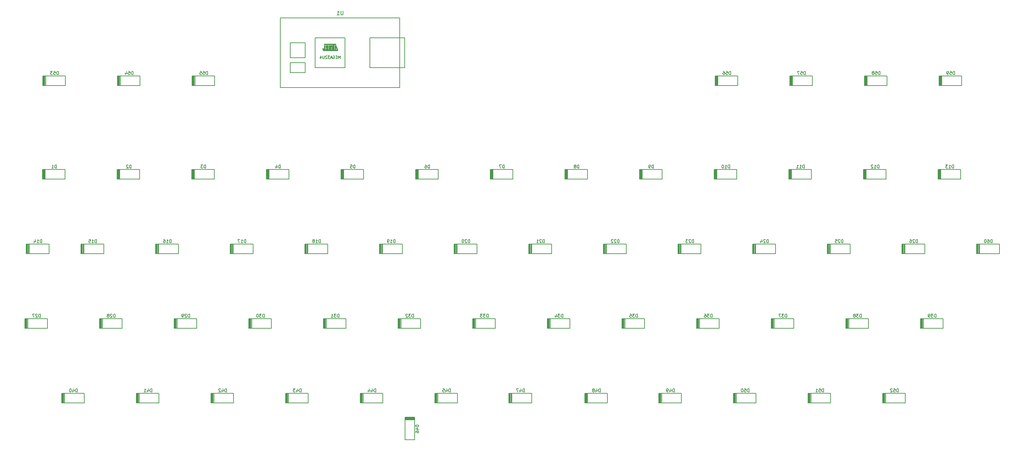
<source format=gbo>
%TF.GenerationSoftware,KiCad,Pcbnew,5.1.9-1.fc33*%
%TF.CreationDate,2021-02-28T14:37:16-05:00*%
%TF.ProjectId,3m_whisper,336d5f77-6869-4737-9065-722e6b696361,rev?*%
%TF.SameCoordinates,Original*%
%TF.FileFunction,Legend,Bot*%
%TF.FilePolarity,Positive*%
%FSLAX46Y46*%
G04 Gerber Fmt 4.6, Leading zero omitted, Abs format (unit mm)*
G04 Created by KiCad (PCBNEW 5.1.9-1.fc33) date 2021-02-28 14:37:16*
%MOMM*%
%LPD*%
G01*
G04 APERTURE LIST*
%ADD10C,0.200000*%
%ADD11C,0.150000*%
%ADD12C,0.100000*%
G04 APERTURE END LIST*
D10*
%TO.C,D1*%
X117963500Y-96386500D02*
X117963500Y-93986500D01*
X117788500Y-96386500D02*
X117788500Y-93986500D01*
X117613500Y-96386500D02*
X117613500Y-93986500D01*
X117213500Y-93986500D02*
X117213500Y-96386500D01*
X117438500Y-96386500D02*
X117438500Y-93986500D01*
X117313500Y-96386500D02*
X117313500Y-93986500D01*
X117238500Y-96386500D02*
X123038500Y-96386500D01*
X123038500Y-96386500D02*
X123038500Y-93986500D01*
X123038500Y-93986500D02*
X117238500Y-93986500D01*
%TO.C,D2*%
X142088500Y-93986500D02*
X136288500Y-93986500D01*
X142088500Y-96386500D02*
X142088500Y-93986500D01*
X136288500Y-96386500D02*
X142088500Y-96386500D01*
X136363500Y-96386500D02*
X136363500Y-93986500D01*
X136488500Y-96386500D02*
X136488500Y-93986500D01*
X136263500Y-93986500D02*
X136263500Y-96386500D01*
X136663500Y-96386500D02*
X136663500Y-93986500D01*
X136838500Y-96386500D02*
X136838500Y-93986500D01*
X137013500Y-96386500D02*
X137013500Y-93986500D01*
%TO.C,D3*%
X156063500Y-96386500D02*
X156063500Y-93986500D01*
X155888500Y-96386500D02*
X155888500Y-93986500D01*
X155713500Y-96386500D02*
X155713500Y-93986500D01*
X155313500Y-93986500D02*
X155313500Y-96386500D01*
X155538500Y-96386500D02*
X155538500Y-93986500D01*
X155413500Y-96386500D02*
X155413500Y-93986500D01*
X155338500Y-96386500D02*
X161138500Y-96386500D01*
X161138500Y-96386500D02*
X161138500Y-93986500D01*
X161138500Y-93986500D02*
X155338500Y-93986500D01*
%TO.C,D4*%
X180188500Y-93986500D02*
X174388500Y-93986500D01*
X180188500Y-96386500D02*
X180188500Y-93986500D01*
X174388500Y-96386500D02*
X180188500Y-96386500D01*
X174463500Y-96386500D02*
X174463500Y-93986500D01*
X174588500Y-96386500D02*
X174588500Y-93986500D01*
X174363500Y-93986500D02*
X174363500Y-96386500D01*
X174763500Y-96386500D02*
X174763500Y-93986500D01*
X174938500Y-96386500D02*
X174938500Y-93986500D01*
X175113500Y-96386500D02*
X175113500Y-93986500D01*
%TO.C,D5*%
X194163500Y-96386500D02*
X194163500Y-93986500D01*
X193988500Y-96386500D02*
X193988500Y-93986500D01*
X193813500Y-96386500D02*
X193813500Y-93986500D01*
X193413500Y-93986500D02*
X193413500Y-96386500D01*
X193638500Y-96386500D02*
X193638500Y-93986500D01*
X193513500Y-96386500D02*
X193513500Y-93986500D01*
X193438500Y-96386500D02*
X199238500Y-96386500D01*
X199238500Y-96386500D02*
X199238500Y-93986500D01*
X199238500Y-93986500D02*
X193438500Y-93986500D01*
%TO.C,D6*%
X218288500Y-93986500D02*
X212488500Y-93986500D01*
X218288500Y-96386500D02*
X218288500Y-93986500D01*
X212488500Y-96386500D02*
X218288500Y-96386500D01*
X212563500Y-96386500D02*
X212563500Y-93986500D01*
X212688500Y-96386500D02*
X212688500Y-93986500D01*
X212463500Y-93986500D02*
X212463500Y-96386500D01*
X212863500Y-96386500D02*
X212863500Y-93986500D01*
X213038500Y-96386500D02*
X213038500Y-93986500D01*
X213213500Y-96386500D02*
X213213500Y-93986500D01*
%TO.C,D7*%
X232263500Y-96386500D02*
X232263500Y-93986500D01*
X232088500Y-96386500D02*
X232088500Y-93986500D01*
X231913500Y-96386500D02*
X231913500Y-93986500D01*
X231513500Y-93986500D02*
X231513500Y-96386500D01*
X231738500Y-96386500D02*
X231738500Y-93986500D01*
X231613500Y-96386500D02*
X231613500Y-93986500D01*
X231538500Y-96386500D02*
X237338500Y-96386500D01*
X237338500Y-96386500D02*
X237338500Y-93986500D01*
X237338500Y-93986500D02*
X231538500Y-93986500D01*
%TO.C,D8*%
X256388500Y-93986500D02*
X250588500Y-93986500D01*
X256388500Y-96386500D02*
X256388500Y-93986500D01*
X250588500Y-96386500D02*
X256388500Y-96386500D01*
X250663500Y-96386500D02*
X250663500Y-93986500D01*
X250788500Y-96386500D02*
X250788500Y-93986500D01*
X250563500Y-93986500D02*
X250563500Y-96386500D01*
X250963500Y-96386500D02*
X250963500Y-93986500D01*
X251138500Y-96386500D02*
X251138500Y-93986500D01*
X251313500Y-96386500D02*
X251313500Y-93986500D01*
%TO.C,D9*%
X270363500Y-96386500D02*
X270363500Y-93986500D01*
X270188500Y-96386500D02*
X270188500Y-93986500D01*
X270013500Y-96386500D02*
X270013500Y-93986500D01*
X269613500Y-93986500D02*
X269613500Y-96386500D01*
X269838500Y-96386500D02*
X269838500Y-93986500D01*
X269713500Y-96386500D02*
X269713500Y-93986500D01*
X269638500Y-96386500D02*
X275438500Y-96386500D01*
X275438500Y-96386500D02*
X275438500Y-93986500D01*
X275438500Y-93986500D02*
X269638500Y-93986500D01*
%TO.C,D10*%
X294488500Y-93986500D02*
X288688500Y-93986500D01*
X294488500Y-96386500D02*
X294488500Y-93986500D01*
X288688500Y-96386500D02*
X294488500Y-96386500D01*
X288763500Y-96386500D02*
X288763500Y-93986500D01*
X288888500Y-96386500D02*
X288888500Y-93986500D01*
X288663500Y-93986500D02*
X288663500Y-96386500D01*
X289063500Y-96386500D02*
X289063500Y-93986500D01*
X289238500Y-96386500D02*
X289238500Y-93986500D01*
X289413500Y-96386500D02*
X289413500Y-93986500D01*
%TO.C,D11*%
X308463500Y-96386500D02*
X308463500Y-93986500D01*
X308288500Y-96386500D02*
X308288500Y-93986500D01*
X308113500Y-96386500D02*
X308113500Y-93986500D01*
X307713500Y-93986500D02*
X307713500Y-96386500D01*
X307938500Y-96386500D02*
X307938500Y-93986500D01*
X307813500Y-96386500D02*
X307813500Y-93986500D01*
X307738500Y-96386500D02*
X313538500Y-96386500D01*
X313538500Y-96386500D02*
X313538500Y-93986500D01*
X313538500Y-93986500D02*
X307738500Y-93986500D01*
%TO.C,D12*%
X332588500Y-93986500D02*
X326788500Y-93986500D01*
X332588500Y-96386500D02*
X332588500Y-93986500D01*
X326788500Y-96386500D02*
X332588500Y-96386500D01*
X326863500Y-96386500D02*
X326863500Y-93986500D01*
X326988500Y-96386500D02*
X326988500Y-93986500D01*
X326763500Y-93986500D02*
X326763500Y-96386500D01*
X327163500Y-96386500D02*
X327163500Y-93986500D01*
X327338500Y-96386500D02*
X327338500Y-93986500D01*
X327513500Y-96386500D02*
X327513500Y-93986500D01*
%TO.C,D13*%
X346563500Y-96386500D02*
X346563500Y-93986500D01*
X346388500Y-96386500D02*
X346388500Y-93986500D01*
X346213500Y-96386500D02*
X346213500Y-93986500D01*
X345813500Y-93986500D02*
X345813500Y-96386500D01*
X346038500Y-96386500D02*
X346038500Y-93986500D01*
X345913500Y-96386500D02*
X345913500Y-93986500D01*
X345838500Y-96386500D02*
X351638500Y-96386500D01*
X351638500Y-96386500D02*
X351638500Y-93986500D01*
X351638500Y-93986500D02*
X345838500Y-93986500D01*
%TO.C,D14*%
X118904500Y-113036500D02*
X113104500Y-113036500D01*
X118904500Y-115436500D02*
X118904500Y-113036500D01*
X113104500Y-115436500D02*
X118904500Y-115436500D01*
X113179500Y-115436500D02*
X113179500Y-113036500D01*
X113304500Y-115436500D02*
X113304500Y-113036500D01*
X113079500Y-113036500D02*
X113079500Y-115436500D01*
X113479500Y-115436500D02*
X113479500Y-113036500D01*
X113654500Y-115436500D02*
X113654500Y-113036500D01*
X113829500Y-115436500D02*
X113829500Y-113036500D01*
%TO.C,D15*%
X132874500Y-113036500D02*
X127074500Y-113036500D01*
X132874500Y-115436500D02*
X132874500Y-113036500D01*
X127074500Y-115436500D02*
X132874500Y-115436500D01*
X127149500Y-115436500D02*
X127149500Y-113036500D01*
X127274500Y-115436500D02*
X127274500Y-113036500D01*
X127049500Y-113036500D02*
X127049500Y-115436500D01*
X127449500Y-115436500D02*
X127449500Y-113036500D01*
X127624500Y-115436500D02*
X127624500Y-113036500D01*
X127799500Y-115436500D02*
X127799500Y-113036500D01*
%TO.C,D16*%
X146849500Y-115436500D02*
X146849500Y-113036500D01*
X146674500Y-115436500D02*
X146674500Y-113036500D01*
X146499500Y-115436500D02*
X146499500Y-113036500D01*
X146099500Y-113036500D02*
X146099500Y-115436500D01*
X146324500Y-115436500D02*
X146324500Y-113036500D01*
X146199500Y-115436500D02*
X146199500Y-113036500D01*
X146124500Y-115436500D02*
X151924500Y-115436500D01*
X151924500Y-115436500D02*
X151924500Y-113036500D01*
X151924500Y-113036500D02*
X146124500Y-113036500D01*
%TO.C,D17*%
X170974500Y-113036500D02*
X165174500Y-113036500D01*
X170974500Y-115436500D02*
X170974500Y-113036500D01*
X165174500Y-115436500D02*
X170974500Y-115436500D01*
X165249500Y-115436500D02*
X165249500Y-113036500D01*
X165374500Y-115436500D02*
X165374500Y-113036500D01*
X165149500Y-113036500D02*
X165149500Y-115436500D01*
X165549500Y-115436500D02*
X165549500Y-113036500D01*
X165724500Y-115436500D02*
X165724500Y-113036500D01*
X165899500Y-115436500D02*
X165899500Y-113036500D01*
%TO.C,D18*%
X184949500Y-115436500D02*
X184949500Y-113036500D01*
X184774500Y-115436500D02*
X184774500Y-113036500D01*
X184599500Y-115436500D02*
X184599500Y-113036500D01*
X184199500Y-113036500D02*
X184199500Y-115436500D01*
X184424500Y-115436500D02*
X184424500Y-113036500D01*
X184299500Y-115436500D02*
X184299500Y-113036500D01*
X184224500Y-115436500D02*
X190024500Y-115436500D01*
X190024500Y-115436500D02*
X190024500Y-113036500D01*
X190024500Y-113036500D02*
X184224500Y-113036500D01*
%TO.C,D19*%
X209074500Y-113036500D02*
X203274500Y-113036500D01*
X209074500Y-115436500D02*
X209074500Y-113036500D01*
X203274500Y-115436500D02*
X209074500Y-115436500D01*
X203349500Y-115436500D02*
X203349500Y-113036500D01*
X203474500Y-115436500D02*
X203474500Y-113036500D01*
X203249500Y-113036500D02*
X203249500Y-115436500D01*
X203649500Y-115436500D02*
X203649500Y-113036500D01*
X203824500Y-115436500D02*
X203824500Y-113036500D01*
X203999500Y-115436500D02*
X203999500Y-113036500D01*
%TO.C,D20*%
X223049500Y-115436500D02*
X223049500Y-113036500D01*
X222874500Y-115436500D02*
X222874500Y-113036500D01*
X222699500Y-115436500D02*
X222699500Y-113036500D01*
X222299500Y-113036500D02*
X222299500Y-115436500D01*
X222524500Y-115436500D02*
X222524500Y-113036500D01*
X222399500Y-115436500D02*
X222399500Y-113036500D01*
X222324500Y-115436500D02*
X228124500Y-115436500D01*
X228124500Y-115436500D02*
X228124500Y-113036500D01*
X228124500Y-113036500D02*
X222324500Y-113036500D01*
%TO.C,D21*%
X247174500Y-113036500D02*
X241374500Y-113036500D01*
X247174500Y-115436500D02*
X247174500Y-113036500D01*
X241374500Y-115436500D02*
X247174500Y-115436500D01*
X241449500Y-115436500D02*
X241449500Y-113036500D01*
X241574500Y-115436500D02*
X241574500Y-113036500D01*
X241349500Y-113036500D02*
X241349500Y-115436500D01*
X241749500Y-115436500D02*
X241749500Y-113036500D01*
X241924500Y-115436500D02*
X241924500Y-113036500D01*
X242099500Y-115436500D02*
X242099500Y-113036500D01*
%TO.C,D22*%
X261149500Y-115436500D02*
X261149500Y-113036500D01*
X260974500Y-115436500D02*
X260974500Y-113036500D01*
X260799500Y-115436500D02*
X260799500Y-113036500D01*
X260399500Y-113036500D02*
X260399500Y-115436500D01*
X260624500Y-115436500D02*
X260624500Y-113036500D01*
X260499500Y-115436500D02*
X260499500Y-113036500D01*
X260424500Y-115436500D02*
X266224500Y-115436500D01*
X266224500Y-115436500D02*
X266224500Y-113036500D01*
X266224500Y-113036500D02*
X260424500Y-113036500D01*
%TO.C,D23*%
X285274500Y-113036500D02*
X279474500Y-113036500D01*
X285274500Y-115436500D02*
X285274500Y-113036500D01*
X279474500Y-115436500D02*
X285274500Y-115436500D01*
X279549500Y-115436500D02*
X279549500Y-113036500D01*
X279674500Y-115436500D02*
X279674500Y-113036500D01*
X279449500Y-113036500D02*
X279449500Y-115436500D01*
X279849500Y-115436500D02*
X279849500Y-113036500D01*
X280024500Y-115436500D02*
X280024500Y-113036500D01*
X280199500Y-115436500D02*
X280199500Y-113036500D01*
%TO.C,D24*%
X299249500Y-115436500D02*
X299249500Y-113036500D01*
X299074500Y-115436500D02*
X299074500Y-113036500D01*
X298899500Y-115436500D02*
X298899500Y-113036500D01*
X298499500Y-113036500D02*
X298499500Y-115436500D01*
X298724500Y-115436500D02*
X298724500Y-113036500D01*
X298599500Y-115436500D02*
X298599500Y-113036500D01*
X298524500Y-115436500D02*
X304324500Y-115436500D01*
X304324500Y-115436500D02*
X304324500Y-113036500D01*
X304324500Y-113036500D02*
X298524500Y-113036500D01*
%TO.C,D25*%
X323374500Y-113036500D02*
X317574500Y-113036500D01*
X323374500Y-115436500D02*
X323374500Y-113036500D01*
X317574500Y-115436500D02*
X323374500Y-115436500D01*
X317649500Y-115436500D02*
X317649500Y-113036500D01*
X317774500Y-115436500D02*
X317774500Y-113036500D01*
X317549500Y-113036500D02*
X317549500Y-115436500D01*
X317949500Y-115436500D02*
X317949500Y-113036500D01*
X318124500Y-115436500D02*
X318124500Y-113036500D01*
X318299500Y-115436500D02*
X318299500Y-113036500D01*
%TO.C,D26*%
X337349500Y-115436500D02*
X337349500Y-113036500D01*
X337174500Y-115436500D02*
X337174500Y-113036500D01*
X336999500Y-115436500D02*
X336999500Y-113036500D01*
X336599500Y-113036500D02*
X336599500Y-115436500D01*
X336824500Y-115436500D02*
X336824500Y-113036500D01*
X336699500Y-115436500D02*
X336699500Y-113036500D01*
X336624500Y-115436500D02*
X342424500Y-115436500D01*
X342424500Y-115436500D02*
X342424500Y-113036500D01*
X342424500Y-113036500D02*
X336624500Y-113036500D01*
%TO.C,D27*%
X118560500Y-132086500D02*
X112760500Y-132086500D01*
X118560500Y-134486500D02*
X118560500Y-132086500D01*
X112760500Y-134486500D02*
X118560500Y-134486500D01*
X112835500Y-134486500D02*
X112835500Y-132086500D01*
X112960500Y-134486500D02*
X112960500Y-132086500D01*
X112735500Y-132086500D02*
X112735500Y-134486500D01*
X113135500Y-134486500D02*
X113135500Y-132086500D01*
X113310500Y-134486500D02*
X113310500Y-132086500D01*
X113485500Y-134486500D02*
X113485500Y-132086500D01*
%TO.C,D28*%
X132535500Y-134486500D02*
X132535500Y-132086500D01*
X132360500Y-134486500D02*
X132360500Y-132086500D01*
X132185500Y-134486500D02*
X132185500Y-132086500D01*
X131785500Y-132086500D02*
X131785500Y-134486500D01*
X132010500Y-134486500D02*
X132010500Y-132086500D01*
X131885500Y-134486500D02*
X131885500Y-132086500D01*
X131810500Y-134486500D02*
X137610500Y-134486500D01*
X137610500Y-134486500D02*
X137610500Y-132086500D01*
X137610500Y-132086500D02*
X131810500Y-132086500D01*
%TO.C,D29*%
X156660500Y-132086500D02*
X150860500Y-132086500D01*
X156660500Y-134486500D02*
X156660500Y-132086500D01*
X150860500Y-134486500D02*
X156660500Y-134486500D01*
X150935500Y-134486500D02*
X150935500Y-132086500D01*
X151060500Y-134486500D02*
X151060500Y-132086500D01*
X150835500Y-132086500D02*
X150835500Y-134486500D01*
X151235500Y-134486500D02*
X151235500Y-132086500D01*
X151410500Y-134486500D02*
X151410500Y-132086500D01*
X151585500Y-134486500D02*
X151585500Y-132086500D01*
%TO.C,D30*%
X170635500Y-134486500D02*
X170635500Y-132086500D01*
X170460500Y-134486500D02*
X170460500Y-132086500D01*
X170285500Y-134486500D02*
X170285500Y-132086500D01*
X169885500Y-132086500D02*
X169885500Y-134486500D01*
X170110500Y-134486500D02*
X170110500Y-132086500D01*
X169985500Y-134486500D02*
X169985500Y-132086500D01*
X169910500Y-134486500D02*
X175710500Y-134486500D01*
X175710500Y-134486500D02*
X175710500Y-132086500D01*
X175710500Y-132086500D02*
X169910500Y-132086500D01*
%TO.C,D31*%
X189685500Y-134486500D02*
X189685500Y-132086500D01*
X189510500Y-134486500D02*
X189510500Y-132086500D01*
X189335500Y-134486500D02*
X189335500Y-132086500D01*
X188935500Y-132086500D02*
X188935500Y-134486500D01*
X189160500Y-134486500D02*
X189160500Y-132086500D01*
X189035500Y-134486500D02*
X189035500Y-132086500D01*
X188960500Y-134486500D02*
X194760500Y-134486500D01*
X194760500Y-134486500D02*
X194760500Y-132086500D01*
X194760500Y-132086500D02*
X188960500Y-132086500D01*
%TO.C,D32*%
X213810500Y-132086500D02*
X208010500Y-132086500D01*
X213810500Y-134486500D02*
X213810500Y-132086500D01*
X208010500Y-134486500D02*
X213810500Y-134486500D01*
X208085500Y-134486500D02*
X208085500Y-132086500D01*
X208210500Y-134486500D02*
X208210500Y-132086500D01*
X207985500Y-132086500D02*
X207985500Y-134486500D01*
X208385500Y-134486500D02*
X208385500Y-132086500D01*
X208560500Y-134486500D02*
X208560500Y-132086500D01*
X208735500Y-134486500D02*
X208735500Y-132086500D01*
%TO.C,D33*%
X232860500Y-132086500D02*
X227060500Y-132086500D01*
X232860500Y-134486500D02*
X232860500Y-132086500D01*
X227060500Y-134486500D02*
X232860500Y-134486500D01*
X227135500Y-134486500D02*
X227135500Y-132086500D01*
X227260500Y-134486500D02*
X227260500Y-132086500D01*
X227035500Y-132086500D02*
X227035500Y-134486500D01*
X227435500Y-134486500D02*
X227435500Y-132086500D01*
X227610500Y-134486500D02*
X227610500Y-132086500D01*
X227785500Y-134486500D02*
X227785500Y-132086500D01*
%TO.C,D34*%
X246835500Y-134486500D02*
X246835500Y-132086500D01*
X246660500Y-134486500D02*
X246660500Y-132086500D01*
X246485500Y-134486500D02*
X246485500Y-132086500D01*
X246085500Y-132086500D02*
X246085500Y-134486500D01*
X246310500Y-134486500D02*
X246310500Y-132086500D01*
X246185500Y-134486500D02*
X246185500Y-132086500D01*
X246110500Y-134486500D02*
X251910500Y-134486500D01*
X251910500Y-134486500D02*
X251910500Y-132086500D01*
X251910500Y-132086500D02*
X246110500Y-132086500D01*
%TO.C,D35*%
X270960500Y-132086500D02*
X265160500Y-132086500D01*
X270960500Y-134486500D02*
X270960500Y-132086500D01*
X265160500Y-134486500D02*
X270960500Y-134486500D01*
X265235500Y-134486500D02*
X265235500Y-132086500D01*
X265360500Y-134486500D02*
X265360500Y-132086500D01*
X265135500Y-132086500D02*
X265135500Y-134486500D01*
X265535500Y-134486500D02*
X265535500Y-132086500D01*
X265710500Y-134486500D02*
X265710500Y-132086500D01*
X265885500Y-134486500D02*
X265885500Y-132086500D01*
%TO.C,D36*%
X284935500Y-134486500D02*
X284935500Y-132086500D01*
X284760500Y-134486500D02*
X284760500Y-132086500D01*
X284585500Y-134486500D02*
X284585500Y-132086500D01*
X284185500Y-132086500D02*
X284185500Y-134486500D01*
X284410500Y-134486500D02*
X284410500Y-132086500D01*
X284285500Y-134486500D02*
X284285500Y-132086500D01*
X284210500Y-134486500D02*
X290010500Y-134486500D01*
X290010500Y-134486500D02*
X290010500Y-132086500D01*
X290010500Y-132086500D02*
X284210500Y-132086500D01*
%TO.C,D37*%
X309060500Y-132086500D02*
X303260500Y-132086500D01*
X309060500Y-134486500D02*
X309060500Y-132086500D01*
X303260500Y-134486500D02*
X309060500Y-134486500D01*
X303335500Y-134486500D02*
X303335500Y-132086500D01*
X303460500Y-134486500D02*
X303460500Y-132086500D01*
X303235500Y-132086500D02*
X303235500Y-134486500D01*
X303635500Y-134486500D02*
X303635500Y-132086500D01*
X303810500Y-134486500D02*
X303810500Y-132086500D01*
X303985500Y-134486500D02*
X303985500Y-132086500D01*
%TO.C,D38*%
X323035500Y-134486500D02*
X323035500Y-132086500D01*
X322860500Y-134486500D02*
X322860500Y-132086500D01*
X322685500Y-134486500D02*
X322685500Y-132086500D01*
X322285500Y-132086500D02*
X322285500Y-134486500D01*
X322510500Y-134486500D02*
X322510500Y-132086500D01*
X322385500Y-134486500D02*
X322385500Y-132086500D01*
X322310500Y-134486500D02*
X328110500Y-134486500D01*
X328110500Y-134486500D02*
X328110500Y-132086500D01*
X328110500Y-132086500D02*
X322310500Y-132086500D01*
%TO.C,D39*%
X347160500Y-132086500D02*
X341360500Y-132086500D01*
X347160500Y-134486500D02*
X347160500Y-132086500D01*
X341360500Y-134486500D02*
X347160500Y-134486500D01*
X341435500Y-134486500D02*
X341435500Y-132086500D01*
X341560500Y-134486500D02*
X341560500Y-132086500D01*
X341335500Y-132086500D02*
X341335500Y-134486500D01*
X341735500Y-134486500D02*
X341735500Y-132086500D01*
X341910500Y-134486500D02*
X341910500Y-132086500D01*
X342085500Y-134486500D02*
X342085500Y-132086500D01*
%TO.C,D40*%
X122883500Y-153536500D02*
X122883500Y-151136500D01*
X122708500Y-153536500D02*
X122708500Y-151136500D01*
X122533500Y-153536500D02*
X122533500Y-151136500D01*
X122133500Y-151136500D02*
X122133500Y-153536500D01*
X122358500Y-153536500D02*
X122358500Y-151136500D01*
X122233500Y-153536500D02*
X122233500Y-151136500D01*
X122158500Y-153536500D02*
X127958500Y-153536500D01*
X127958500Y-153536500D02*
X127958500Y-151136500D01*
X127958500Y-151136500D02*
X122158500Y-151136500D01*
%TO.C,D41*%
X147008500Y-151136500D02*
X141208500Y-151136500D01*
X147008500Y-153536500D02*
X147008500Y-151136500D01*
X141208500Y-153536500D02*
X147008500Y-153536500D01*
X141283500Y-153536500D02*
X141283500Y-151136500D01*
X141408500Y-153536500D02*
X141408500Y-151136500D01*
X141183500Y-151136500D02*
X141183500Y-153536500D01*
X141583500Y-153536500D02*
X141583500Y-151136500D01*
X141758500Y-153536500D02*
X141758500Y-151136500D01*
X141933500Y-153536500D02*
X141933500Y-151136500D01*
%TO.C,D42*%
X160983500Y-153536500D02*
X160983500Y-151136500D01*
X160808500Y-153536500D02*
X160808500Y-151136500D01*
X160633500Y-153536500D02*
X160633500Y-151136500D01*
X160233500Y-151136500D02*
X160233500Y-153536500D01*
X160458500Y-153536500D02*
X160458500Y-151136500D01*
X160333500Y-153536500D02*
X160333500Y-151136500D01*
X160258500Y-153536500D02*
X166058500Y-153536500D01*
X166058500Y-153536500D02*
X166058500Y-151136500D01*
X166058500Y-151136500D02*
X160258500Y-151136500D01*
%TO.C,D43*%
X185108500Y-151136500D02*
X179308500Y-151136500D01*
X185108500Y-153536500D02*
X185108500Y-151136500D01*
X179308500Y-153536500D02*
X185108500Y-153536500D01*
X179383500Y-153536500D02*
X179383500Y-151136500D01*
X179508500Y-153536500D02*
X179508500Y-151136500D01*
X179283500Y-151136500D02*
X179283500Y-153536500D01*
X179683500Y-153536500D02*
X179683500Y-151136500D01*
X179858500Y-153536500D02*
X179858500Y-151136500D01*
X180033500Y-153536500D02*
X180033500Y-151136500D01*
%TO.C,D44*%
X199083500Y-153536500D02*
X199083500Y-151136500D01*
X198908500Y-153536500D02*
X198908500Y-151136500D01*
X198733500Y-153536500D02*
X198733500Y-151136500D01*
X198333500Y-151136500D02*
X198333500Y-153536500D01*
X198558500Y-153536500D02*
X198558500Y-151136500D01*
X198433500Y-153536500D02*
X198433500Y-151136500D01*
X198358500Y-153536500D02*
X204158500Y-153536500D01*
X204158500Y-153536500D02*
X204158500Y-151136500D01*
X204158500Y-151136500D02*
X198358500Y-151136500D01*
%TO.C,D45*%
X218133500Y-153536500D02*
X218133500Y-151136500D01*
X217958500Y-153536500D02*
X217958500Y-151136500D01*
X217783500Y-153536500D02*
X217783500Y-151136500D01*
X217383500Y-151136500D02*
X217383500Y-153536500D01*
X217608500Y-153536500D02*
X217608500Y-151136500D01*
X217483500Y-153536500D02*
X217483500Y-151136500D01*
X217408500Y-153536500D02*
X223208500Y-153536500D01*
X223208500Y-153536500D02*
X223208500Y-151136500D01*
X223208500Y-151136500D02*
X217408500Y-151136500D01*
%TO.C,D46*%
X209810500Y-157935500D02*
X212210500Y-157935500D01*
X209810500Y-157760500D02*
X212210500Y-157760500D01*
X209810500Y-157585500D02*
X212210500Y-157585500D01*
X212210500Y-157185500D02*
X209810500Y-157185500D01*
X209810500Y-157410500D02*
X212210500Y-157410500D01*
X209810500Y-157285500D02*
X212210500Y-157285500D01*
X209810500Y-157210500D02*
X209810500Y-163010500D01*
X209810500Y-163010500D02*
X212210500Y-163010500D01*
X212210500Y-163010500D02*
X212210500Y-157210500D01*
%TO.C,D47*%
X242094500Y-151136500D02*
X236294500Y-151136500D01*
X242094500Y-153536500D02*
X242094500Y-151136500D01*
X236294500Y-153536500D02*
X242094500Y-153536500D01*
X236369500Y-153536500D02*
X236369500Y-151136500D01*
X236494500Y-153536500D02*
X236494500Y-151136500D01*
X236269500Y-151136500D02*
X236269500Y-153536500D01*
X236669500Y-153536500D02*
X236669500Y-151136500D01*
X236844500Y-153536500D02*
X236844500Y-151136500D01*
X237019500Y-153536500D02*
X237019500Y-151136500D01*
%TO.C,D48*%
X256397500Y-153536500D02*
X256397500Y-151136500D01*
X256222500Y-153536500D02*
X256222500Y-151136500D01*
X256047500Y-153536500D02*
X256047500Y-151136500D01*
X255647500Y-151136500D02*
X255647500Y-153536500D01*
X255872500Y-153536500D02*
X255872500Y-151136500D01*
X255747500Y-153536500D02*
X255747500Y-151136500D01*
X255672500Y-153536500D02*
X261472500Y-153536500D01*
X261472500Y-153536500D02*
X261472500Y-151136500D01*
X261472500Y-151136500D02*
X255672500Y-151136500D01*
%TO.C,D49*%
X280358500Y-151136500D02*
X274558500Y-151136500D01*
X280358500Y-153536500D02*
X280358500Y-151136500D01*
X274558500Y-153536500D02*
X280358500Y-153536500D01*
X274633500Y-153536500D02*
X274633500Y-151136500D01*
X274758500Y-153536500D02*
X274758500Y-151136500D01*
X274533500Y-151136500D02*
X274533500Y-153536500D01*
X274933500Y-153536500D02*
X274933500Y-151136500D01*
X275108500Y-153536500D02*
X275108500Y-151136500D01*
X275283500Y-153536500D02*
X275283500Y-151136500D01*
%TO.C,D50*%
X294333500Y-153536500D02*
X294333500Y-151136500D01*
X294158500Y-153536500D02*
X294158500Y-151136500D01*
X293983500Y-153536500D02*
X293983500Y-151136500D01*
X293583500Y-151136500D02*
X293583500Y-153536500D01*
X293808500Y-153536500D02*
X293808500Y-151136500D01*
X293683500Y-153536500D02*
X293683500Y-151136500D01*
X293608500Y-153536500D02*
X299408500Y-153536500D01*
X299408500Y-153536500D02*
X299408500Y-151136500D01*
X299408500Y-151136500D02*
X293608500Y-151136500D01*
%TO.C,D51*%
X318458500Y-151136500D02*
X312658500Y-151136500D01*
X318458500Y-153536500D02*
X318458500Y-151136500D01*
X312658500Y-153536500D02*
X318458500Y-153536500D01*
X312733500Y-153536500D02*
X312733500Y-151136500D01*
X312858500Y-153536500D02*
X312858500Y-151136500D01*
X312633500Y-151136500D02*
X312633500Y-153536500D01*
X313033500Y-153536500D02*
X313033500Y-151136500D01*
X313208500Y-153536500D02*
X313208500Y-151136500D01*
X313383500Y-153536500D02*
X313383500Y-151136500D01*
%TO.C,D52*%
X332433500Y-153536500D02*
X332433500Y-151136500D01*
X332258500Y-153536500D02*
X332258500Y-151136500D01*
X332083500Y-153536500D02*
X332083500Y-151136500D01*
X331683500Y-151136500D02*
X331683500Y-153536500D01*
X331908500Y-153536500D02*
X331908500Y-151136500D01*
X331783500Y-153536500D02*
X331783500Y-151136500D01*
X331708500Y-153536500D02*
X337508500Y-153536500D01*
X337508500Y-153536500D02*
X337508500Y-151136500D01*
X337508500Y-151136500D02*
X331708500Y-151136500D01*
%TO.C,D53*%
X123132500Y-70110500D02*
X117332500Y-70110500D01*
X123132500Y-72510500D02*
X123132500Y-70110500D01*
X117332500Y-72510500D02*
X123132500Y-72510500D01*
X117407500Y-72510500D02*
X117407500Y-70110500D01*
X117532500Y-72510500D02*
X117532500Y-70110500D01*
X117307500Y-70110500D02*
X117307500Y-72510500D01*
X117707500Y-72510500D02*
X117707500Y-70110500D01*
X117882500Y-72510500D02*
X117882500Y-70110500D01*
X118057500Y-72510500D02*
X118057500Y-70110500D01*
%TO.C,D54*%
X137107500Y-72510500D02*
X137107500Y-70110500D01*
X136932500Y-72510500D02*
X136932500Y-70110500D01*
X136757500Y-72510500D02*
X136757500Y-70110500D01*
X136357500Y-70110500D02*
X136357500Y-72510500D01*
X136582500Y-72510500D02*
X136582500Y-70110500D01*
X136457500Y-72510500D02*
X136457500Y-70110500D01*
X136382500Y-72510500D02*
X142182500Y-72510500D01*
X142182500Y-72510500D02*
X142182500Y-70110500D01*
X142182500Y-70110500D02*
X136382500Y-70110500D01*
%TO.C,D55*%
X161232500Y-70110500D02*
X155432500Y-70110500D01*
X161232500Y-72510500D02*
X161232500Y-70110500D01*
X155432500Y-72510500D02*
X161232500Y-72510500D01*
X155507500Y-72510500D02*
X155507500Y-70110500D01*
X155632500Y-72510500D02*
X155632500Y-70110500D01*
X155407500Y-70110500D02*
X155407500Y-72510500D01*
X155807500Y-72510500D02*
X155807500Y-70110500D01*
X155982500Y-72510500D02*
X155982500Y-70110500D01*
X156157500Y-72510500D02*
X156157500Y-70110500D01*
%TO.C,D56*%
X294742500Y-70110500D02*
X288942500Y-70110500D01*
X294742500Y-72510500D02*
X294742500Y-70110500D01*
X288942500Y-72510500D02*
X294742500Y-72510500D01*
X289017500Y-72510500D02*
X289017500Y-70110500D01*
X289142500Y-72510500D02*
X289142500Y-70110500D01*
X288917500Y-70110500D02*
X288917500Y-72510500D01*
X289317500Y-72510500D02*
X289317500Y-70110500D01*
X289492500Y-72510500D02*
X289492500Y-70110500D01*
X289667500Y-72510500D02*
X289667500Y-70110500D01*
%TO.C,D57*%
X308717500Y-72510500D02*
X308717500Y-70110500D01*
X308542500Y-72510500D02*
X308542500Y-70110500D01*
X308367500Y-72510500D02*
X308367500Y-70110500D01*
X307967500Y-70110500D02*
X307967500Y-72510500D01*
X308192500Y-72510500D02*
X308192500Y-70110500D01*
X308067500Y-72510500D02*
X308067500Y-70110500D01*
X307992500Y-72510500D02*
X313792500Y-72510500D01*
X313792500Y-72510500D02*
X313792500Y-70110500D01*
X313792500Y-70110500D02*
X307992500Y-70110500D01*
%TO.C,D58*%
X332842500Y-70110500D02*
X327042500Y-70110500D01*
X332842500Y-72510500D02*
X332842500Y-70110500D01*
X327042500Y-72510500D02*
X332842500Y-72510500D01*
X327117500Y-72510500D02*
X327117500Y-70110500D01*
X327242500Y-72510500D02*
X327242500Y-70110500D01*
X327017500Y-70110500D02*
X327017500Y-72510500D01*
X327417500Y-72510500D02*
X327417500Y-70110500D01*
X327592500Y-72510500D02*
X327592500Y-70110500D01*
X327767500Y-72510500D02*
X327767500Y-70110500D01*
%TO.C,D59*%
X346817500Y-72510500D02*
X346817500Y-70110500D01*
X346642500Y-72510500D02*
X346642500Y-70110500D01*
X346467500Y-72510500D02*
X346467500Y-70110500D01*
X346067500Y-70110500D02*
X346067500Y-72510500D01*
X346292500Y-72510500D02*
X346292500Y-70110500D01*
X346167500Y-72510500D02*
X346167500Y-70110500D01*
X346092500Y-72510500D02*
X351892500Y-72510500D01*
X351892500Y-72510500D02*
X351892500Y-70110500D01*
X351892500Y-70110500D02*
X346092500Y-70110500D01*
%TO.C,D60*%
X361474500Y-113036500D02*
X355674500Y-113036500D01*
X361474500Y-115436500D02*
X361474500Y-113036500D01*
X355674500Y-115436500D02*
X361474500Y-115436500D01*
X355749500Y-115436500D02*
X355749500Y-113036500D01*
X355874500Y-115436500D02*
X355874500Y-113036500D01*
X355649500Y-113036500D02*
X355649500Y-115436500D01*
X356049500Y-115436500D02*
X356049500Y-113036500D01*
X356224500Y-115436500D02*
X356224500Y-113036500D01*
X356399500Y-115436500D02*
X356399500Y-113036500D01*
D11*
%TO.C,U1*%
X180530500Y-66738500D02*
X184340500Y-66738500D01*
X184340500Y-66738500D02*
X184340500Y-69278500D01*
X184340500Y-69278500D02*
X180530500Y-69278500D01*
X180530500Y-69278500D02*
X180530500Y-66738500D01*
X180530500Y-61658500D02*
X184340500Y-61658500D01*
X184340500Y-61658500D02*
X184340500Y-64198500D01*
X184340500Y-64198500D02*
X184340500Y-65468500D01*
X184340500Y-65468500D02*
X180530500Y-65468500D01*
X180530500Y-65468500D02*
X180530500Y-61658500D01*
X194500500Y-68008500D02*
X186880500Y-68008500D01*
X186880500Y-68008500D02*
X186880500Y-60388500D01*
X186880500Y-60388500D02*
X194500500Y-60388500D01*
X194500500Y-60388500D02*
X194500500Y-68008500D01*
X200850500Y-68008500D02*
X209740500Y-68008500D01*
X209740500Y-68008500D02*
X209740500Y-60388500D01*
X209740500Y-60388500D02*
X200850500Y-60388500D01*
X200850500Y-60388500D02*
X200850500Y-68008500D01*
X208470500Y-55308500D02*
X177990500Y-55308500D01*
X177990500Y-55308500D02*
X177990500Y-73088500D01*
X177990500Y-73088500D02*
X208470500Y-73088500D01*
X208470500Y-73088500D02*
X208470500Y-55308500D01*
D12*
G36*
X190182500Y-62293500D02*
G01*
X189547500Y-62293500D01*
X189547500Y-62547500D01*
X189928500Y-62547500D01*
X189928500Y-62674500D01*
X189547500Y-62674500D01*
X189547500Y-62928500D01*
X189928500Y-62928500D01*
X189928500Y-63055500D01*
X189547500Y-63055500D01*
X189547500Y-63309500D01*
X190182500Y-63309500D01*
X190182500Y-62293500D01*
G37*
X190182500Y-62293500D02*
X189547500Y-62293500D01*
X189547500Y-62547500D01*
X189928500Y-62547500D01*
X189928500Y-62674500D01*
X189547500Y-62674500D01*
X189547500Y-62928500D01*
X189928500Y-62928500D01*
X189928500Y-63055500D01*
X189547500Y-63055500D01*
X189547500Y-63309500D01*
X190182500Y-63309500D01*
X190182500Y-62293500D01*
G36*
X189420500Y-62293500D02*
G01*
X189420500Y-63309500D01*
X188785500Y-63309500D01*
X188658500Y-63055500D01*
X189166500Y-63055500D01*
X189166500Y-62293500D01*
X189420500Y-62293500D01*
G37*
X189420500Y-62293500D02*
X189420500Y-63309500D01*
X188785500Y-63309500D01*
X188658500Y-63055500D01*
X189166500Y-63055500D01*
X189166500Y-62293500D01*
X189420500Y-62293500D01*
G36*
X190309500Y-63309500D02*
G01*
X190309500Y-62293500D01*
X191325500Y-62293500D01*
X191325500Y-63309500D01*
X191071500Y-63309500D01*
X191071500Y-62547500D01*
X190944500Y-62547500D01*
X190944500Y-63309500D01*
X190690500Y-63309500D01*
X190690500Y-62547500D01*
X190563500Y-62547500D01*
X190563500Y-63309500D01*
X190309500Y-63309500D01*
G37*
X190309500Y-63309500D02*
X190309500Y-62293500D01*
X191325500Y-62293500D01*
X191325500Y-63309500D01*
X191071500Y-63309500D01*
X191071500Y-62547500D01*
X190944500Y-62547500D01*
X190944500Y-63309500D01*
X190690500Y-63309500D01*
X190690500Y-62547500D01*
X190563500Y-62547500D01*
X190563500Y-63309500D01*
X190309500Y-63309500D01*
G36*
X189166500Y-62166500D02*
G01*
X191452500Y-62166500D01*
X191452500Y-63309500D01*
X191706500Y-63309500D01*
X191706500Y-62166500D01*
X192214500Y-62166500D01*
X192087500Y-61912500D01*
X189166500Y-61912500D01*
X189166500Y-62166500D01*
G37*
X189166500Y-62166500D02*
X191452500Y-62166500D01*
X191452500Y-63309500D01*
X191706500Y-63309500D01*
X191706500Y-62166500D01*
X192214500Y-62166500D01*
X192087500Y-61912500D01*
X189166500Y-61912500D01*
X189166500Y-62166500D01*
G36*
X191833500Y-63309500D02*
G01*
X191833500Y-62293500D01*
X192214500Y-62293500D01*
X192595500Y-63309500D01*
X192341500Y-63309500D01*
X192087500Y-62547500D01*
X192087500Y-63309500D01*
X191833500Y-63309500D01*
G37*
X191833500Y-63309500D02*
X191833500Y-62293500D01*
X192214500Y-62293500D01*
X192595500Y-63309500D01*
X192341500Y-63309500D01*
X192087500Y-62547500D01*
X192087500Y-63309500D01*
X191833500Y-63309500D01*
G36*
X192595500Y-63436500D02*
G01*
X188785500Y-63436500D01*
X188912500Y-63690500D01*
X192595500Y-63690500D01*
X192595500Y-63436500D01*
G37*
X192595500Y-63436500D02*
X188785500Y-63436500D01*
X188912500Y-63690500D01*
X192595500Y-63690500D01*
X192595500Y-63436500D01*
%TO.C,D1*%
D11*
X120828976Y-93623404D02*
X120828976Y-92823404D01*
X120638500Y-92823404D01*
X120524214Y-92861500D01*
X120448023Y-92937690D01*
X120409928Y-93013880D01*
X120371833Y-93166261D01*
X120371833Y-93280547D01*
X120409928Y-93432928D01*
X120448023Y-93509119D01*
X120524214Y-93585309D01*
X120638500Y-93623404D01*
X120828976Y-93623404D01*
X119609928Y-93623404D02*
X120067071Y-93623404D01*
X119838500Y-93623404D02*
X119838500Y-92823404D01*
X119914690Y-92937690D01*
X119990880Y-93013880D01*
X120067071Y-93051976D01*
%TO.C,D2*%
X139878976Y-93623404D02*
X139878976Y-92823404D01*
X139688500Y-92823404D01*
X139574214Y-92861500D01*
X139498023Y-92937690D01*
X139459928Y-93013880D01*
X139421833Y-93166261D01*
X139421833Y-93280547D01*
X139459928Y-93432928D01*
X139498023Y-93509119D01*
X139574214Y-93585309D01*
X139688500Y-93623404D01*
X139878976Y-93623404D01*
X139117071Y-92899595D02*
X139078976Y-92861500D01*
X139002785Y-92823404D01*
X138812309Y-92823404D01*
X138736119Y-92861500D01*
X138698023Y-92899595D01*
X138659928Y-92975785D01*
X138659928Y-93051976D01*
X138698023Y-93166261D01*
X139155166Y-93623404D01*
X138659928Y-93623404D01*
%TO.C,D3*%
X158928976Y-93623404D02*
X158928976Y-92823404D01*
X158738500Y-92823404D01*
X158624214Y-92861500D01*
X158548023Y-92937690D01*
X158509928Y-93013880D01*
X158471833Y-93166261D01*
X158471833Y-93280547D01*
X158509928Y-93432928D01*
X158548023Y-93509119D01*
X158624214Y-93585309D01*
X158738500Y-93623404D01*
X158928976Y-93623404D01*
X158205166Y-92823404D02*
X157709928Y-92823404D01*
X157976595Y-93128166D01*
X157862309Y-93128166D01*
X157786119Y-93166261D01*
X157748023Y-93204357D01*
X157709928Y-93280547D01*
X157709928Y-93471023D01*
X157748023Y-93547214D01*
X157786119Y-93585309D01*
X157862309Y-93623404D01*
X158090880Y-93623404D01*
X158167071Y-93585309D01*
X158205166Y-93547214D01*
%TO.C,D4*%
X177978976Y-93623404D02*
X177978976Y-92823404D01*
X177788500Y-92823404D01*
X177674214Y-92861500D01*
X177598023Y-92937690D01*
X177559928Y-93013880D01*
X177521833Y-93166261D01*
X177521833Y-93280547D01*
X177559928Y-93432928D01*
X177598023Y-93509119D01*
X177674214Y-93585309D01*
X177788500Y-93623404D01*
X177978976Y-93623404D01*
X176836119Y-93090071D02*
X176836119Y-93623404D01*
X177026595Y-92785309D02*
X177217071Y-93356738D01*
X176721833Y-93356738D01*
%TO.C,D5*%
X197028976Y-93623404D02*
X197028976Y-92823404D01*
X196838500Y-92823404D01*
X196724214Y-92861500D01*
X196648023Y-92937690D01*
X196609928Y-93013880D01*
X196571833Y-93166261D01*
X196571833Y-93280547D01*
X196609928Y-93432928D01*
X196648023Y-93509119D01*
X196724214Y-93585309D01*
X196838500Y-93623404D01*
X197028976Y-93623404D01*
X195848023Y-92823404D02*
X196228976Y-92823404D01*
X196267071Y-93204357D01*
X196228976Y-93166261D01*
X196152785Y-93128166D01*
X195962309Y-93128166D01*
X195886119Y-93166261D01*
X195848023Y-93204357D01*
X195809928Y-93280547D01*
X195809928Y-93471023D01*
X195848023Y-93547214D01*
X195886119Y-93585309D01*
X195962309Y-93623404D01*
X196152785Y-93623404D01*
X196228976Y-93585309D01*
X196267071Y-93547214D01*
%TO.C,D6*%
X216078976Y-93623404D02*
X216078976Y-92823404D01*
X215888500Y-92823404D01*
X215774214Y-92861500D01*
X215698023Y-92937690D01*
X215659928Y-93013880D01*
X215621833Y-93166261D01*
X215621833Y-93280547D01*
X215659928Y-93432928D01*
X215698023Y-93509119D01*
X215774214Y-93585309D01*
X215888500Y-93623404D01*
X216078976Y-93623404D01*
X214936119Y-92823404D02*
X215088500Y-92823404D01*
X215164690Y-92861500D01*
X215202785Y-92899595D01*
X215278976Y-93013880D01*
X215317071Y-93166261D01*
X215317071Y-93471023D01*
X215278976Y-93547214D01*
X215240880Y-93585309D01*
X215164690Y-93623404D01*
X215012309Y-93623404D01*
X214936119Y-93585309D01*
X214898023Y-93547214D01*
X214859928Y-93471023D01*
X214859928Y-93280547D01*
X214898023Y-93204357D01*
X214936119Y-93166261D01*
X215012309Y-93128166D01*
X215164690Y-93128166D01*
X215240880Y-93166261D01*
X215278976Y-93204357D01*
X215317071Y-93280547D01*
%TO.C,D7*%
X235128976Y-93623404D02*
X235128976Y-92823404D01*
X234938500Y-92823404D01*
X234824214Y-92861500D01*
X234748023Y-92937690D01*
X234709928Y-93013880D01*
X234671833Y-93166261D01*
X234671833Y-93280547D01*
X234709928Y-93432928D01*
X234748023Y-93509119D01*
X234824214Y-93585309D01*
X234938500Y-93623404D01*
X235128976Y-93623404D01*
X234405166Y-92823404D02*
X233871833Y-92823404D01*
X234214690Y-93623404D01*
%TO.C,D8*%
X254178976Y-93623404D02*
X254178976Y-92823404D01*
X253988500Y-92823404D01*
X253874214Y-92861500D01*
X253798023Y-92937690D01*
X253759928Y-93013880D01*
X253721833Y-93166261D01*
X253721833Y-93280547D01*
X253759928Y-93432928D01*
X253798023Y-93509119D01*
X253874214Y-93585309D01*
X253988500Y-93623404D01*
X254178976Y-93623404D01*
X253264690Y-93166261D02*
X253340880Y-93128166D01*
X253378976Y-93090071D01*
X253417071Y-93013880D01*
X253417071Y-92975785D01*
X253378976Y-92899595D01*
X253340880Y-92861500D01*
X253264690Y-92823404D01*
X253112309Y-92823404D01*
X253036119Y-92861500D01*
X252998023Y-92899595D01*
X252959928Y-92975785D01*
X252959928Y-93013880D01*
X252998023Y-93090071D01*
X253036119Y-93128166D01*
X253112309Y-93166261D01*
X253264690Y-93166261D01*
X253340880Y-93204357D01*
X253378976Y-93242452D01*
X253417071Y-93318642D01*
X253417071Y-93471023D01*
X253378976Y-93547214D01*
X253340880Y-93585309D01*
X253264690Y-93623404D01*
X253112309Y-93623404D01*
X253036119Y-93585309D01*
X252998023Y-93547214D01*
X252959928Y-93471023D01*
X252959928Y-93318642D01*
X252998023Y-93242452D01*
X253036119Y-93204357D01*
X253112309Y-93166261D01*
%TO.C,D9*%
X273228976Y-93623404D02*
X273228976Y-92823404D01*
X273038500Y-92823404D01*
X272924214Y-92861500D01*
X272848023Y-92937690D01*
X272809928Y-93013880D01*
X272771833Y-93166261D01*
X272771833Y-93280547D01*
X272809928Y-93432928D01*
X272848023Y-93509119D01*
X272924214Y-93585309D01*
X273038500Y-93623404D01*
X273228976Y-93623404D01*
X272390880Y-93623404D02*
X272238500Y-93623404D01*
X272162309Y-93585309D01*
X272124214Y-93547214D01*
X272048023Y-93432928D01*
X272009928Y-93280547D01*
X272009928Y-92975785D01*
X272048023Y-92899595D01*
X272086119Y-92861500D01*
X272162309Y-92823404D01*
X272314690Y-92823404D01*
X272390880Y-92861500D01*
X272428976Y-92899595D01*
X272467071Y-92975785D01*
X272467071Y-93166261D01*
X272428976Y-93242452D01*
X272390880Y-93280547D01*
X272314690Y-93318642D01*
X272162309Y-93318642D01*
X272086119Y-93280547D01*
X272048023Y-93242452D01*
X272009928Y-93166261D01*
%TO.C,D10*%
X292659928Y-93623404D02*
X292659928Y-92823404D01*
X292469452Y-92823404D01*
X292355166Y-92861500D01*
X292278976Y-92937690D01*
X292240880Y-93013880D01*
X292202785Y-93166261D01*
X292202785Y-93280547D01*
X292240880Y-93432928D01*
X292278976Y-93509119D01*
X292355166Y-93585309D01*
X292469452Y-93623404D01*
X292659928Y-93623404D01*
X291440880Y-93623404D02*
X291898023Y-93623404D01*
X291669452Y-93623404D02*
X291669452Y-92823404D01*
X291745642Y-92937690D01*
X291821833Y-93013880D01*
X291898023Y-93051976D01*
X290945642Y-92823404D02*
X290869452Y-92823404D01*
X290793261Y-92861500D01*
X290755166Y-92899595D01*
X290717071Y-92975785D01*
X290678976Y-93128166D01*
X290678976Y-93318642D01*
X290717071Y-93471023D01*
X290755166Y-93547214D01*
X290793261Y-93585309D01*
X290869452Y-93623404D01*
X290945642Y-93623404D01*
X291021833Y-93585309D01*
X291059928Y-93547214D01*
X291098023Y-93471023D01*
X291136119Y-93318642D01*
X291136119Y-93128166D01*
X291098023Y-92975785D01*
X291059928Y-92899595D01*
X291021833Y-92861500D01*
X290945642Y-92823404D01*
%TO.C,D11*%
X311709928Y-93623404D02*
X311709928Y-92823404D01*
X311519452Y-92823404D01*
X311405166Y-92861500D01*
X311328976Y-92937690D01*
X311290880Y-93013880D01*
X311252785Y-93166261D01*
X311252785Y-93280547D01*
X311290880Y-93432928D01*
X311328976Y-93509119D01*
X311405166Y-93585309D01*
X311519452Y-93623404D01*
X311709928Y-93623404D01*
X310490880Y-93623404D02*
X310948023Y-93623404D01*
X310719452Y-93623404D02*
X310719452Y-92823404D01*
X310795642Y-92937690D01*
X310871833Y-93013880D01*
X310948023Y-93051976D01*
X309728976Y-93623404D02*
X310186119Y-93623404D01*
X309957547Y-93623404D02*
X309957547Y-92823404D01*
X310033738Y-92937690D01*
X310109928Y-93013880D01*
X310186119Y-93051976D01*
%TO.C,D12*%
X330759928Y-93623404D02*
X330759928Y-92823404D01*
X330569452Y-92823404D01*
X330455166Y-92861500D01*
X330378976Y-92937690D01*
X330340880Y-93013880D01*
X330302785Y-93166261D01*
X330302785Y-93280547D01*
X330340880Y-93432928D01*
X330378976Y-93509119D01*
X330455166Y-93585309D01*
X330569452Y-93623404D01*
X330759928Y-93623404D01*
X329540880Y-93623404D02*
X329998023Y-93623404D01*
X329769452Y-93623404D02*
X329769452Y-92823404D01*
X329845642Y-92937690D01*
X329921833Y-93013880D01*
X329998023Y-93051976D01*
X329236119Y-92899595D02*
X329198023Y-92861500D01*
X329121833Y-92823404D01*
X328931357Y-92823404D01*
X328855166Y-92861500D01*
X328817071Y-92899595D01*
X328778976Y-92975785D01*
X328778976Y-93051976D01*
X328817071Y-93166261D01*
X329274214Y-93623404D01*
X328778976Y-93623404D01*
%TO.C,D13*%
X349809928Y-93623404D02*
X349809928Y-92823404D01*
X349619452Y-92823404D01*
X349505166Y-92861500D01*
X349428976Y-92937690D01*
X349390880Y-93013880D01*
X349352785Y-93166261D01*
X349352785Y-93280547D01*
X349390880Y-93432928D01*
X349428976Y-93509119D01*
X349505166Y-93585309D01*
X349619452Y-93623404D01*
X349809928Y-93623404D01*
X348590880Y-93623404D02*
X349048023Y-93623404D01*
X348819452Y-93623404D02*
X348819452Y-92823404D01*
X348895642Y-92937690D01*
X348971833Y-93013880D01*
X349048023Y-93051976D01*
X348324214Y-92823404D02*
X347828976Y-92823404D01*
X348095642Y-93128166D01*
X347981357Y-93128166D01*
X347905166Y-93166261D01*
X347867071Y-93204357D01*
X347828976Y-93280547D01*
X347828976Y-93471023D01*
X347867071Y-93547214D01*
X347905166Y-93585309D01*
X347981357Y-93623404D01*
X348209928Y-93623404D01*
X348286119Y-93585309D01*
X348324214Y-93547214D01*
%TO.C,D14*%
X117075928Y-112673404D02*
X117075928Y-111873404D01*
X116885452Y-111873404D01*
X116771166Y-111911500D01*
X116694976Y-111987690D01*
X116656880Y-112063880D01*
X116618785Y-112216261D01*
X116618785Y-112330547D01*
X116656880Y-112482928D01*
X116694976Y-112559119D01*
X116771166Y-112635309D01*
X116885452Y-112673404D01*
X117075928Y-112673404D01*
X115856880Y-112673404D02*
X116314023Y-112673404D01*
X116085452Y-112673404D02*
X116085452Y-111873404D01*
X116161642Y-111987690D01*
X116237833Y-112063880D01*
X116314023Y-112101976D01*
X115171166Y-112140071D02*
X115171166Y-112673404D01*
X115361642Y-111835309D02*
X115552119Y-112406738D01*
X115056880Y-112406738D01*
%TO.C,D15*%
X131045928Y-112673404D02*
X131045928Y-111873404D01*
X130855452Y-111873404D01*
X130741166Y-111911500D01*
X130664976Y-111987690D01*
X130626880Y-112063880D01*
X130588785Y-112216261D01*
X130588785Y-112330547D01*
X130626880Y-112482928D01*
X130664976Y-112559119D01*
X130741166Y-112635309D01*
X130855452Y-112673404D01*
X131045928Y-112673404D01*
X129826880Y-112673404D02*
X130284023Y-112673404D01*
X130055452Y-112673404D02*
X130055452Y-111873404D01*
X130131642Y-111987690D01*
X130207833Y-112063880D01*
X130284023Y-112101976D01*
X129103071Y-111873404D02*
X129484023Y-111873404D01*
X129522119Y-112254357D01*
X129484023Y-112216261D01*
X129407833Y-112178166D01*
X129217357Y-112178166D01*
X129141166Y-112216261D01*
X129103071Y-112254357D01*
X129064976Y-112330547D01*
X129064976Y-112521023D01*
X129103071Y-112597214D01*
X129141166Y-112635309D01*
X129217357Y-112673404D01*
X129407833Y-112673404D01*
X129484023Y-112635309D01*
X129522119Y-112597214D01*
%TO.C,D16*%
X150095928Y-112673404D02*
X150095928Y-111873404D01*
X149905452Y-111873404D01*
X149791166Y-111911500D01*
X149714976Y-111987690D01*
X149676880Y-112063880D01*
X149638785Y-112216261D01*
X149638785Y-112330547D01*
X149676880Y-112482928D01*
X149714976Y-112559119D01*
X149791166Y-112635309D01*
X149905452Y-112673404D01*
X150095928Y-112673404D01*
X148876880Y-112673404D02*
X149334023Y-112673404D01*
X149105452Y-112673404D02*
X149105452Y-111873404D01*
X149181642Y-111987690D01*
X149257833Y-112063880D01*
X149334023Y-112101976D01*
X148191166Y-111873404D02*
X148343547Y-111873404D01*
X148419738Y-111911500D01*
X148457833Y-111949595D01*
X148534023Y-112063880D01*
X148572119Y-112216261D01*
X148572119Y-112521023D01*
X148534023Y-112597214D01*
X148495928Y-112635309D01*
X148419738Y-112673404D01*
X148267357Y-112673404D01*
X148191166Y-112635309D01*
X148153071Y-112597214D01*
X148114976Y-112521023D01*
X148114976Y-112330547D01*
X148153071Y-112254357D01*
X148191166Y-112216261D01*
X148267357Y-112178166D01*
X148419738Y-112178166D01*
X148495928Y-112216261D01*
X148534023Y-112254357D01*
X148572119Y-112330547D01*
%TO.C,D17*%
X169145928Y-112673404D02*
X169145928Y-111873404D01*
X168955452Y-111873404D01*
X168841166Y-111911500D01*
X168764976Y-111987690D01*
X168726880Y-112063880D01*
X168688785Y-112216261D01*
X168688785Y-112330547D01*
X168726880Y-112482928D01*
X168764976Y-112559119D01*
X168841166Y-112635309D01*
X168955452Y-112673404D01*
X169145928Y-112673404D01*
X167926880Y-112673404D02*
X168384023Y-112673404D01*
X168155452Y-112673404D02*
X168155452Y-111873404D01*
X168231642Y-111987690D01*
X168307833Y-112063880D01*
X168384023Y-112101976D01*
X167660214Y-111873404D02*
X167126880Y-111873404D01*
X167469738Y-112673404D01*
%TO.C,D18*%
X188195928Y-112673404D02*
X188195928Y-111873404D01*
X188005452Y-111873404D01*
X187891166Y-111911500D01*
X187814976Y-111987690D01*
X187776880Y-112063880D01*
X187738785Y-112216261D01*
X187738785Y-112330547D01*
X187776880Y-112482928D01*
X187814976Y-112559119D01*
X187891166Y-112635309D01*
X188005452Y-112673404D01*
X188195928Y-112673404D01*
X186976880Y-112673404D02*
X187434023Y-112673404D01*
X187205452Y-112673404D02*
X187205452Y-111873404D01*
X187281642Y-111987690D01*
X187357833Y-112063880D01*
X187434023Y-112101976D01*
X186519738Y-112216261D02*
X186595928Y-112178166D01*
X186634023Y-112140071D01*
X186672119Y-112063880D01*
X186672119Y-112025785D01*
X186634023Y-111949595D01*
X186595928Y-111911500D01*
X186519738Y-111873404D01*
X186367357Y-111873404D01*
X186291166Y-111911500D01*
X186253071Y-111949595D01*
X186214976Y-112025785D01*
X186214976Y-112063880D01*
X186253071Y-112140071D01*
X186291166Y-112178166D01*
X186367357Y-112216261D01*
X186519738Y-112216261D01*
X186595928Y-112254357D01*
X186634023Y-112292452D01*
X186672119Y-112368642D01*
X186672119Y-112521023D01*
X186634023Y-112597214D01*
X186595928Y-112635309D01*
X186519738Y-112673404D01*
X186367357Y-112673404D01*
X186291166Y-112635309D01*
X186253071Y-112597214D01*
X186214976Y-112521023D01*
X186214976Y-112368642D01*
X186253071Y-112292452D01*
X186291166Y-112254357D01*
X186367357Y-112216261D01*
%TO.C,D19*%
X207245928Y-112673404D02*
X207245928Y-111873404D01*
X207055452Y-111873404D01*
X206941166Y-111911500D01*
X206864976Y-111987690D01*
X206826880Y-112063880D01*
X206788785Y-112216261D01*
X206788785Y-112330547D01*
X206826880Y-112482928D01*
X206864976Y-112559119D01*
X206941166Y-112635309D01*
X207055452Y-112673404D01*
X207245928Y-112673404D01*
X206026880Y-112673404D02*
X206484023Y-112673404D01*
X206255452Y-112673404D02*
X206255452Y-111873404D01*
X206331642Y-111987690D01*
X206407833Y-112063880D01*
X206484023Y-112101976D01*
X205645928Y-112673404D02*
X205493547Y-112673404D01*
X205417357Y-112635309D01*
X205379261Y-112597214D01*
X205303071Y-112482928D01*
X205264976Y-112330547D01*
X205264976Y-112025785D01*
X205303071Y-111949595D01*
X205341166Y-111911500D01*
X205417357Y-111873404D01*
X205569738Y-111873404D01*
X205645928Y-111911500D01*
X205684023Y-111949595D01*
X205722119Y-112025785D01*
X205722119Y-112216261D01*
X205684023Y-112292452D01*
X205645928Y-112330547D01*
X205569738Y-112368642D01*
X205417357Y-112368642D01*
X205341166Y-112330547D01*
X205303071Y-112292452D01*
X205264976Y-112216261D01*
%TO.C,D20*%
X226295928Y-112673404D02*
X226295928Y-111873404D01*
X226105452Y-111873404D01*
X225991166Y-111911500D01*
X225914976Y-111987690D01*
X225876880Y-112063880D01*
X225838785Y-112216261D01*
X225838785Y-112330547D01*
X225876880Y-112482928D01*
X225914976Y-112559119D01*
X225991166Y-112635309D01*
X226105452Y-112673404D01*
X226295928Y-112673404D01*
X225534023Y-111949595D02*
X225495928Y-111911500D01*
X225419738Y-111873404D01*
X225229261Y-111873404D01*
X225153071Y-111911500D01*
X225114976Y-111949595D01*
X225076880Y-112025785D01*
X225076880Y-112101976D01*
X225114976Y-112216261D01*
X225572119Y-112673404D01*
X225076880Y-112673404D01*
X224581642Y-111873404D02*
X224505452Y-111873404D01*
X224429261Y-111911500D01*
X224391166Y-111949595D01*
X224353071Y-112025785D01*
X224314976Y-112178166D01*
X224314976Y-112368642D01*
X224353071Y-112521023D01*
X224391166Y-112597214D01*
X224429261Y-112635309D01*
X224505452Y-112673404D01*
X224581642Y-112673404D01*
X224657833Y-112635309D01*
X224695928Y-112597214D01*
X224734023Y-112521023D01*
X224772119Y-112368642D01*
X224772119Y-112178166D01*
X224734023Y-112025785D01*
X224695928Y-111949595D01*
X224657833Y-111911500D01*
X224581642Y-111873404D01*
%TO.C,D21*%
X245345928Y-112673404D02*
X245345928Y-111873404D01*
X245155452Y-111873404D01*
X245041166Y-111911500D01*
X244964976Y-111987690D01*
X244926880Y-112063880D01*
X244888785Y-112216261D01*
X244888785Y-112330547D01*
X244926880Y-112482928D01*
X244964976Y-112559119D01*
X245041166Y-112635309D01*
X245155452Y-112673404D01*
X245345928Y-112673404D01*
X244584023Y-111949595D02*
X244545928Y-111911500D01*
X244469738Y-111873404D01*
X244279261Y-111873404D01*
X244203071Y-111911500D01*
X244164976Y-111949595D01*
X244126880Y-112025785D01*
X244126880Y-112101976D01*
X244164976Y-112216261D01*
X244622119Y-112673404D01*
X244126880Y-112673404D01*
X243364976Y-112673404D02*
X243822119Y-112673404D01*
X243593547Y-112673404D02*
X243593547Y-111873404D01*
X243669738Y-111987690D01*
X243745928Y-112063880D01*
X243822119Y-112101976D01*
%TO.C,D22*%
X264395928Y-112673404D02*
X264395928Y-111873404D01*
X264205452Y-111873404D01*
X264091166Y-111911500D01*
X264014976Y-111987690D01*
X263976880Y-112063880D01*
X263938785Y-112216261D01*
X263938785Y-112330547D01*
X263976880Y-112482928D01*
X264014976Y-112559119D01*
X264091166Y-112635309D01*
X264205452Y-112673404D01*
X264395928Y-112673404D01*
X263634023Y-111949595D02*
X263595928Y-111911500D01*
X263519738Y-111873404D01*
X263329261Y-111873404D01*
X263253071Y-111911500D01*
X263214976Y-111949595D01*
X263176880Y-112025785D01*
X263176880Y-112101976D01*
X263214976Y-112216261D01*
X263672119Y-112673404D01*
X263176880Y-112673404D01*
X262872119Y-111949595D02*
X262834023Y-111911500D01*
X262757833Y-111873404D01*
X262567357Y-111873404D01*
X262491166Y-111911500D01*
X262453071Y-111949595D01*
X262414976Y-112025785D01*
X262414976Y-112101976D01*
X262453071Y-112216261D01*
X262910214Y-112673404D01*
X262414976Y-112673404D01*
%TO.C,D23*%
X283445928Y-112673404D02*
X283445928Y-111873404D01*
X283255452Y-111873404D01*
X283141166Y-111911500D01*
X283064976Y-111987690D01*
X283026880Y-112063880D01*
X282988785Y-112216261D01*
X282988785Y-112330547D01*
X283026880Y-112482928D01*
X283064976Y-112559119D01*
X283141166Y-112635309D01*
X283255452Y-112673404D01*
X283445928Y-112673404D01*
X282684023Y-111949595D02*
X282645928Y-111911500D01*
X282569738Y-111873404D01*
X282379261Y-111873404D01*
X282303071Y-111911500D01*
X282264976Y-111949595D01*
X282226880Y-112025785D01*
X282226880Y-112101976D01*
X282264976Y-112216261D01*
X282722119Y-112673404D01*
X282226880Y-112673404D01*
X281960214Y-111873404D02*
X281464976Y-111873404D01*
X281731642Y-112178166D01*
X281617357Y-112178166D01*
X281541166Y-112216261D01*
X281503071Y-112254357D01*
X281464976Y-112330547D01*
X281464976Y-112521023D01*
X281503071Y-112597214D01*
X281541166Y-112635309D01*
X281617357Y-112673404D01*
X281845928Y-112673404D01*
X281922119Y-112635309D01*
X281960214Y-112597214D01*
%TO.C,D24*%
X302495928Y-112673404D02*
X302495928Y-111873404D01*
X302305452Y-111873404D01*
X302191166Y-111911500D01*
X302114976Y-111987690D01*
X302076880Y-112063880D01*
X302038785Y-112216261D01*
X302038785Y-112330547D01*
X302076880Y-112482928D01*
X302114976Y-112559119D01*
X302191166Y-112635309D01*
X302305452Y-112673404D01*
X302495928Y-112673404D01*
X301734023Y-111949595D02*
X301695928Y-111911500D01*
X301619738Y-111873404D01*
X301429261Y-111873404D01*
X301353071Y-111911500D01*
X301314976Y-111949595D01*
X301276880Y-112025785D01*
X301276880Y-112101976D01*
X301314976Y-112216261D01*
X301772119Y-112673404D01*
X301276880Y-112673404D01*
X300591166Y-112140071D02*
X300591166Y-112673404D01*
X300781642Y-111835309D02*
X300972119Y-112406738D01*
X300476880Y-112406738D01*
%TO.C,D25*%
X321545928Y-112673404D02*
X321545928Y-111873404D01*
X321355452Y-111873404D01*
X321241166Y-111911500D01*
X321164976Y-111987690D01*
X321126880Y-112063880D01*
X321088785Y-112216261D01*
X321088785Y-112330547D01*
X321126880Y-112482928D01*
X321164976Y-112559119D01*
X321241166Y-112635309D01*
X321355452Y-112673404D01*
X321545928Y-112673404D01*
X320784023Y-111949595D02*
X320745928Y-111911500D01*
X320669738Y-111873404D01*
X320479261Y-111873404D01*
X320403071Y-111911500D01*
X320364976Y-111949595D01*
X320326880Y-112025785D01*
X320326880Y-112101976D01*
X320364976Y-112216261D01*
X320822119Y-112673404D01*
X320326880Y-112673404D01*
X319603071Y-111873404D02*
X319984023Y-111873404D01*
X320022119Y-112254357D01*
X319984023Y-112216261D01*
X319907833Y-112178166D01*
X319717357Y-112178166D01*
X319641166Y-112216261D01*
X319603071Y-112254357D01*
X319564976Y-112330547D01*
X319564976Y-112521023D01*
X319603071Y-112597214D01*
X319641166Y-112635309D01*
X319717357Y-112673404D01*
X319907833Y-112673404D01*
X319984023Y-112635309D01*
X320022119Y-112597214D01*
%TO.C,D26*%
X340595928Y-112673404D02*
X340595928Y-111873404D01*
X340405452Y-111873404D01*
X340291166Y-111911500D01*
X340214976Y-111987690D01*
X340176880Y-112063880D01*
X340138785Y-112216261D01*
X340138785Y-112330547D01*
X340176880Y-112482928D01*
X340214976Y-112559119D01*
X340291166Y-112635309D01*
X340405452Y-112673404D01*
X340595928Y-112673404D01*
X339834023Y-111949595D02*
X339795928Y-111911500D01*
X339719738Y-111873404D01*
X339529261Y-111873404D01*
X339453071Y-111911500D01*
X339414976Y-111949595D01*
X339376880Y-112025785D01*
X339376880Y-112101976D01*
X339414976Y-112216261D01*
X339872119Y-112673404D01*
X339376880Y-112673404D01*
X338691166Y-111873404D02*
X338843547Y-111873404D01*
X338919738Y-111911500D01*
X338957833Y-111949595D01*
X339034023Y-112063880D01*
X339072119Y-112216261D01*
X339072119Y-112521023D01*
X339034023Y-112597214D01*
X338995928Y-112635309D01*
X338919738Y-112673404D01*
X338767357Y-112673404D01*
X338691166Y-112635309D01*
X338653071Y-112597214D01*
X338614976Y-112521023D01*
X338614976Y-112330547D01*
X338653071Y-112254357D01*
X338691166Y-112216261D01*
X338767357Y-112178166D01*
X338919738Y-112178166D01*
X338995928Y-112216261D01*
X339034023Y-112254357D01*
X339072119Y-112330547D01*
%TO.C,D27*%
X116731928Y-131723404D02*
X116731928Y-130923404D01*
X116541452Y-130923404D01*
X116427166Y-130961500D01*
X116350976Y-131037690D01*
X116312880Y-131113880D01*
X116274785Y-131266261D01*
X116274785Y-131380547D01*
X116312880Y-131532928D01*
X116350976Y-131609119D01*
X116427166Y-131685309D01*
X116541452Y-131723404D01*
X116731928Y-131723404D01*
X115970023Y-130999595D02*
X115931928Y-130961500D01*
X115855738Y-130923404D01*
X115665261Y-130923404D01*
X115589071Y-130961500D01*
X115550976Y-130999595D01*
X115512880Y-131075785D01*
X115512880Y-131151976D01*
X115550976Y-131266261D01*
X116008119Y-131723404D01*
X115512880Y-131723404D01*
X115246214Y-130923404D02*
X114712880Y-130923404D01*
X115055738Y-131723404D01*
%TO.C,D28*%
X135781928Y-131723404D02*
X135781928Y-130923404D01*
X135591452Y-130923404D01*
X135477166Y-130961500D01*
X135400976Y-131037690D01*
X135362880Y-131113880D01*
X135324785Y-131266261D01*
X135324785Y-131380547D01*
X135362880Y-131532928D01*
X135400976Y-131609119D01*
X135477166Y-131685309D01*
X135591452Y-131723404D01*
X135781928Y-131723404D01*
X135020023Y-130999595D02*
X134981928Y-130961500D01*
X134905738Y-130923404D01*
X134715261Y-130923404D01*
X134639071Y-130961500D01*
X134600976Y-130999595D01*
X134562880Y-131075785D01*
X134562880Y-131151976D01*
X134600976Y-131266261D01*
X135058119Y-131723404D01*
X134562880Y-131723404D01*
X134105738Y-131266261D02*
X134181928Y-131228166D01*
X134220023Y-131190071D01*
X134258119Y-131113880D01*
X134258119Y-131075785D01*
X134220023Y-130999595D01*
X134181928Y-130961500D01*
X134105738Y-130923404D01*
X133953357Y-130923404D01*
X133877166Y-130961500D01*
X133839071Y-130999595D01*
X133800976Y-131075785D01*
X133800976Y-131113880D01*
X133839071Y-131190071D01*
X133877166Y-131228166D01*
X133953357Y-131266261D01*
X134105738Y-131266261D01*
X134181928Y-131304357D01*
X134220023Y-131342452D01*
X134258119Y-131418642D01*
X134258119Y-131571023D01*
X134220023Y-131647214D01*
X134181928Y-131685309D01*
X134105738Y-131723404D01*
X133953357Y-131723404D01*
X133877166Y-131685309D01*
X133839071Y-131647214D01*
X133800976Y-131571023D01*
X133800976Y-131418642D01*
X133839071Y-131342452D01*
X133877166Y-131304357D01*
X133953357Y-131266261D01*
%TO.C,D29*%
X154831928Y-131723404D02*
X154831928Y-130923404D01*
X154641452Y-130923404D01*
X154527166Y-130961500D01*
X154450976Y-131037690D01*
X154412880Y-131113880D01*
X154374785Y-131266261D01*
X154374785Y-131380547D01*
X154412880Y-131532928D01*
X154450976Y-131609119D01*
X154527166Y-131685309D01*
X154641452Y-131723404D01*
X154831928Y-131723404D01*
X154070023Y-130999595D02*
X154031928Y-130961500D01*
X153955738Y-130923404D01*
X153765261Y-130923404D01*
X153689071Y-130961500D01*
X153650976Y-130999595D01*
X153612880Y-131075785D01*
X153612880Y-131151976D01*
X153650976Y-131266261D01*
X154108119Y-131723404D01*
X153612880Y-131723404D01*
X153231928Y-131723404D02*
X153079547Y-131723404D01*
X153003357Y-131685309D01*
X152965261Y-131647214D01*
X152889071Y-131532928D01*
X152850976Y-131380547D01*
X152850976Y-131075785D01*
X152889071Y-130999595D01*
X152927166Y-130961500D01*
X153003357Y-130923404D01*
X153155738Y-130923404D01*
X153231928Y-130961500D01*
X153270023Y-130999595D01*
X153308119Y-131075785D01*
X153308119Y-131266261D01*
X153270023Y-131342452D01*
X153231928Y-131380547D01*
X153155738Y-131418642D01*
X153003357Y-131418642D01*
X152927166Y-131380547D01*
X152889071Y-131342452D01*
X152850976Y-131266261D01*
%TO.C,D30*%
X173881928Y-131723404D02*
X173881928Y-130923404D01*
X173691452Y-130923404D01*
X173577166Y-130961500D01*
X173500976Y-131037690D01*
X173462880Y-131113880D01*
X173424785Y-131266261D01*
X173424785Y-131380547D01*
X173462880Y-131532928D01*
X173500976Y-131609119D01*
X173577166Y-131685309D01*
X173691452Y-131723404D01*
X173881928Y-131723404D01*
X173158119Y-130923404D02*
X172662880Y-130923404D01*
X172929547Y-131228166D01*
X172815261Y-131228166D01*
X172739071Y-131266261D01*
X172700976Y-131304357D01*
X172662880Y-131380547D01*
X172662880Y-131571023D01*
X172700976Y-131647214D01*
X172739071Y-131685309D01*
X172815261Y-131723404D01*
X173043833Y-131723404D01*
X173120023Y-131685309D01*
X173158119Y-131647214D01*
X172167642Y-130923404D02*
X172091452Y-130923404D01*
X172015261Y-130961500D01*
X171977166Y-130999595D01*
X171939071Y-131075785D01*
X171900976Y-131228166D01*
X171900976Y-131418642D01*
X171939071Y-131571023D01*
X171977166Y-131647214D01*
X172015261Y-131685309D01*
X172091452Y-131723404D01*
X172167642Y-131723404D01*
X172243833Y-131685309D01*
X172281928Y-131647214D01*
X172320023Y-131571023D01*
X172358119Y-131418642D01*
X172358119Y-131228166D01*
X172320023Y-131075785D01*
X172281928Y-130999595D01*
X172243833Y-130961500D01*
X172167642Y-130923404D01*
%TO.C,D31*%
X192931928Y-131723404D02*
X192931928Y-130923404D01*
X192741452Y-130923404D01*
X192627166Y-130961500D01*
X192550976Y-131037690D01*
X192512880Y-131113880D01*
X192474785Y-131266261D01*
X192474785Y-131380547D01*
X192512880Y-131532928D01*
X192550976Y-131609119D01*
X192627166Y-131685309D01*
X192741452Y-131723404D01*
X192931928Y-131723404D01*
X192208119Y-130923404D02*
X191712880Y-130923404D01*
X191979547Y-131228166D01*
X191865261Y-131228166D01*
X191789071Y-131266261D01*
X191750976Y-131304357D01*
X191712880Y-131380547D01*
X191712880Y-131571023D01*
X191750976Y-131647214D01*
X191789071Y-131685309D01*
X191865261Y-131723404D01*
X192093833Y-131723404D01*
X192170023Y-131685309D01*
X192208119Y-131647214D01*
X190950976Y-131723404D02*
X191408119Y-131723404D01*
X191179547Y-131723404D02*
X191179547Y-130923404D01*
X191255738Y-131037690D01*
X191331928Y-131113880D01*
X191408119Y-131151976D01*
%TO.C,D32*%
X211981928Y-131723404D02*
X211981928Y-130923404D01*
X211791452Y-130923404D01*
X211677166Y-130961500D01*
X211600976Y-131037690D01*
X211562880Y-131113880D01*
X211524785Y-131266261D01*
X211524785Y-131380547D01*
X211562880Y-131532928D01*
X211600976Y-131609119D01*
X211677166Y-131685309D01*
X211791452Y-131723404D01*
X211981928Y-131723404D01*
X211258119Y-130923404D02*
X210762880Y-130923404D01*
X211029547Y-131228166D01*
X210915261Y-131228166D01*
X210839071Y-131266261D01*
X210800976Y-131304357D01*
X210762880Y-131380547D01*
X210762880Y-131571023D01*
X210800976Y-131647214D01*
X210839071Y-131685309D01*
X210915261Y-131723404D01*
X211143833Y-131723404D01*
X211220023Y-131685309D01*
X211258119Y-131647214D01*
X210458119Y-130999595D02*
X210420023Y-130961500D01*
X210343833Y-130923404D01*
X210153357Y-130923404D01*
X210077166Y-130961500D01*
X210039071Y-130999595D01*
X210000976Y-131075785D01*
X210000976Y-131151976D01*
X210039071Y-131266261D01*
X210496214Y-131723404D01*
X210000976Y-131723404D01*
%TO.C,D33*%
X231031928Y-131723404D02*
X231031928Y-130923404D01*
X230841452Y-130923404D01*
X230727166Y-130961500D01*
X230650976Y-131037690D01*
X230612880Y-131113880D01*
X230574785Y-131266261D01*
X230574785Y-131380547D01*
X230612880Y-131532928D01*
X230650976Y-131609119D01*
X230727166Y-131685309D01*
X230841452Y-131723404D01*
X231031928Y-131723404D01*
X230308119Y-130923404D02*
X229812880Y-130923404D01*
X230079547Y-131228166D01*
X229965261Y-131228166D01*
X229889071Y-131266261D01*
X229850976Y-131304357D01*
X229812880Y-131380547D01*
X229812880Y-131571023D01*
X229850976Y-131647214D01*
X229889071Y-131685309D01*
X229965261Y-131723404D01*
X230193833Y-131723404D01*
X230270023Y-131685309D01*
X230308119Y-131647214D01*
X229546214Y-130923404D02*
X229050976Y-130923404D01*
X229317642Y-131228166D01*
X229203357Y-131228166D01*
X229127166Y-131266261D01*
X229089071Y-131304357D01*
X229050976Y-131380547D01*
X229050976Y-131571023D01*
X229089071Y-131647214D01*
X229127166Y-131685309D01*
X229203357Y-131723404D01*
X229431928Y-131723404D01*
X229508119Y-131685309D01*
X229546214Y-131647214D01*
%TO.C,D34*%
X250081928Y-131723404D02*
X250081928Y-130923404D01*
X249891452Y-130923404D01*
X249777166Y-130961500D01*
X249700976Y-131037690D01*
X249662880Y-131113880D01*
X249624785Y-131266261D01*
X249624785Y-131380547D01*
X249662880Y-131532928D01*
X249700976Y-131609119D01*
X249777166Y-131685309D01*
X249891452Y-131723404D01*
X250081928Y-131723404D01*
X249358119Y-130923404D02*
X248862880Y-130923404D01*
X249129547Y-131228166D01*
X249015261Y-131228166D01*
X248939071Y-131266261D01*
X248900976Y-131304357D01*
X248862880Y-131380547D01*
X248862880Y-131571023D01*
X248900976Y-131647214D01*
X248939071Y-131685309D01*
X249015261Y-131723404D01*
X249243833Y-131723404D01*
X249320023Y-131685309D01*
X249358119Y-131647214D01*
X248177166Y-131190071D02*
X248177166Y-131723404D01*
X248367642Y-130885309D02*
X248558119Y-131456738D01*
X248062880Y-131456738D01*
%TO.C,D35*%
X269131928Y-131723404D02*
X269131928Y-130923404D01*
X268941452Y-130923404D01*
X268827166Y-130961500D01*
X268750976Y-131037690D01*
X268712880Y-131113880D01*
X268674785Y-131266261D01*
X268674785Y-131380547D01*
X268712880Y-131532928D01*
X268750976Y-131609119D01*
X268827166Y-131685309D01*
X268941452Y-131723404D01*
X269131928Y-131723404D01*
X268408119Y-130923404D02*
X267912880Y-130923404D01*
X268179547Y-131228166D01*
X268065261Y-131228166D01*
X267989071Y-131266261D01*
X267950976Y-131304357D01*
X267912880Y-131380547D01*
X267912880Y-131571023D01*
X267950976Y-131647214D01*
X267989071Y-131685309D01*
X268065261Y-131723404D01*
X268293833Y-131723404D01*
X268370023Y-131685309D01*
X268408119Y-131647214D01*
X267189071Y-130923404D02*
X267570023Y-130923404D01*
X267608119Y-131304357D01*
X267570023Y-131266261D01*
X267493833Y-131228166D01*
X267303357Y-131228166D01*
X267227166Y-131266261D01*
X267189071Y-131304357D01*
X267150976Y-131380547D01*
X267150976Y-131571023D01*
X267189071Y-131647214D01*
X267227166Y-131685309D01*
X267303357Y-131723404D01*
X267493833Y-131723404D01*
X267570023Y-131685309D01*
X267608119Y-131647214D01*
%TO.C,D36*%
X288181928Y-131723404D02*
X288181928Y-130923404D01*
X287991452Y-130923404D01*
X287877166Y-130961500D01*
X287800976Y-131037690D01*
X287762880Y-131113880D01*
X287724785Y-131266261D01*
X287724785Y-131380547D01*
X287762880Y-131532928D01*
X287800976Y-131609119D01*
X287877166Y-131685309D01*
X287991452Y-131723404D01*
X288181928Y-131723404D01*
X287458119Y-130923404D02*
X286962880Y-130923404D01*
X287229547Y-131228166D01*
X287115261Y-131228166D01*
X287039071Y-131266261D01*
X287000976Y-131304357D01*
X286962880Y-131380547D01*
X286962880Y-131571023D01*
X287000976Y-131647214D01*
X287039071Y-131685309D01*
X287115261Y-131723404D01*
X287343833Y-131723404D01*
X287420023Y-131685309D01*
X287458119Y-131647214D01*
X286277166Y-130923404D02*
X286429547Y-130923404D01*
X286505738Y-130961500D01*
X286543833Y-130999595D01*
X286620023Y-131113880D01*
X286658119Y-131266261D01*
X286658119Y-131571023D01*
X286620023Y-131647214D01*
X286581928Y-131685309D01*
X286505738Y-131723404D01*
X286353357Y-131723404D01*
X286277166Y-131685309D01*
X286239071Y-131647214D01*
X286200976Y-131571023D01*
X286200976Y-131380547D01*
X286239071Y-131304357D01*
X286277166Y-131266261D01*
X286353357Y-131228166D01*
X286505738Y-131228166D01*
X286581928Y-131266261D01*
X286620023Y-131304357D01*
X286658119Y-131380547D01*
%TO.C,D37*%
X307231928Y-131723404D02*
X307231928Y-130923404D01*
X307041452Y-130923404D01*
X306927166Y-130961500D01*
X306850976Y-131037690D01*
X306812880Y-131113880D01*
X306774785Y-131266261D01*
X306774785Y-131380547D01*
X306812880Y-131532928D01*
X306850976Y-131609119D01*
X306927166Y-131685309D01*
X307041452Y-131723404D01*
X307231928Y-131723404D01*
X306508119Y-130923404D02*
X306012880Y-130923404D01*
X306279547Y-131228166D01*
X306165261Y-131228166D01*
X306089071Y-131266261D01*
X306050976Y-131304357D01*
X306012880Y-131380547D01*
X306012880Y-131571023D01*
X306050976Y-131647214D01*
X306089071Y-131685309D01*
X306165261Y-131723404D01*
X306393833Y-131723404D01*
X306470023Y-131685309D01*
X306508119Y-131647214D01*
X305746214Y-130923404D02*
X305212880Y-130923404D01*
X305555738Y-131723404D01*
%TO.C,D38*%
X326281928Y-131723404D02*
X326281928Y-130923404D01*
X326091452Y-130923404D01*
X325977166Y-130961500D01*
X325900976Y-131037690D01*
X325862880Y-131113880D01*
X325824785Y-131266261D01*
X325824785Y-131380547D01*
X325862880Y-131532928D01*
X325900976Y-131609119D01*
X325977166Y-131685309D01*
X326091452Y-131723404D01*
X326281928Y-131723404D01*
X325558119Y-130923404D02*
X325062880Y-130923404D01*
X325329547Y-131228166D01*
X325215261Y-131228166D01*
X325139071Y-131266261D01*
X325100976Y-131304357D01*
X325062880Y-131380547D01*
X325062880Y-131571023D01*
X325100976Y-131647214D01*
X325139071Y-131685309D01*
X325215261Y-131723404D01*
X325443833Y-131723404D01*
X325520023Y-131685309D01*
X325558119Y-131647214D01*
X324605738Y-131266261D02*
X324681928Y-131228166D01*
X324720023Y-131190071D01*
X324758119Y-131113880D01*
X324758119Y-131075785D01*
X324720023Y-130999595D01*
X324681928Y-130961500D01*
X324605738Y-130923404D01*
X324453357Y-130923404D01*
X324377166Y-130961500D01*
X324339071Y-130999595D01*
X324300976Y-131075785D01*
X324300976Y-131113880D01*
X324339071Y-131190071D01*
X324377166Y-131228166D01*
X324453357Y-131266261D01*
X324605738Y-131266261D01*
X324681928Y-131304357D01*
X324720023Y-131342452D01*
X324758119Y-131418642D01*
X324758119Y-131571023D01*
X324720023Y-131647214D01*
X324681928Y-131685309D01*
X324605738Y-131723404D01*
X324453357Y-131723404D01*
X324377166Y-131685309D01*
X324339071Y-131647214D01*
X324300976Y-131571023D01*
X324300976Y-131418642D01*
X324339071Y-131342452D01*
X324377166Y-131304357D01*
X324453357Y-131266261D01*
%TO.C,D39*%
X345331928Y-131723404D02*
X345331928Y-130923404D01*
X345141452Y-130923404D01*
X345027166Y-130961500D01*
X344950976Y-131037690D01*
X344912880Y-131113880D01*
X344874785Y-131266261D01*
X344874785Y-131380547D01*
X344912880Y-131532928D01*
X344950976Y-131609119D01*
X345027166Y-131685309D01*
X345141452Y-131723404D01*
X345331928Y-131723404D01*
X344608119Y-130923404D02*
X344112880Y-130923404D01*
X344379547Y-131228166D01*
X344265261Y-131228166D01*
X344189071Y-131266261D01*
X344150976Y-131304357D01*
X344112880Y-131380547D01*
X344112880Y-131571023D01*
X344150976Y-131647214D01*
X344189071Y-131685309D01*
X344265261Y-131723404D01*
X344493833Y-131723404D01*
X344570023Y-131685309D01*
X344608119Y-131647214D01*
X343731928Y-131723404D02*
X343579547Y-131723404D01*
X343503357Y-131685309D01*
X343465261Y-131647214D01*
X343389071Y-131532928D01*
X343350976Y-131380547D01*
X343350976Y-131075785D01*
X343389071Y-130999595D01*
X343427166Y-130961500D01*
X343503357Y-130923404D01*
X343655738Y-130923404D01*
X343731928Y-130961500D01*
X343770023Y-130999595D01*
X343808119Y-131075785D01*
X343808119Y-131266261D01*
X343770023Y-131342452D01*
X343731928Y-131380547D01*
X343655738Y-131418642D01*
X343503357Y-131418642D01*
X343427166Y-131380547D01*
X343389071Y-131342452D01*
X343350976Y-131266261D01*
%TO.C,D40*%
X126129928Y-150773404D02*
X126129928Y-149973404D01*
X125939452Y-149973404D01*
X125825166Y-150011500D01*
X125748976Y-150087690D01*
X125710880Y-150163880D01*
X125672785Y-150316261D01*
X125672785Y-150430547D01*
X125710880Y-150582928D01*
X125748976Y-150659119D01*
X125825166Y-150735309D01*
X125939452Y-150773404D01*
X126129928Y-150773404D01*
X124987071Y-150240071D02*
X124987071Y-150773404D01*
X125177547Y-149935309D02*
X125368023Y-150506738D01*
X124872785Y-150506738D01*
X124415642Y-149973404D02*
X124339452Y-149973404D01*
X124263261Y-150011500D01*
X124225166Y-150049595D01*
X124187071Y-150125785D01*
X124148976Y-150278166D01*
X124148976Y-150468642D01*
X124187071Y-150621023D01*
X124225166Y-150697214D01*
X124263261Y-150735309D01*
X124339452Y-150773404D01*
X124415642Y-150773404D01*
X124491833Y-150735309D01*
X124529928Y-150697214D01*
X124568023Y-150621023D01*
X124606119Y-150468642D01*
X124606119Y-150278166D01*
X124568023Y-150125785D01*
X124529928Y-150049595D01*
X124491833Y-150011500D01*
X124415642Y-149973404D01*
%TO.C,D41*%
X145179928Y-150773404D02*
X145179928Y-149973404D01*
X144989452Y-149973404D01*
X144875166Y-150011500D01*
X144798976Y-150087690D01*
X144760880Y-150163880D01*
X144722785Y-150316261D01*
X144722785Y-150430547D01*
X144760880Y-150582928D01*
X144798976Y-150659119D01*
X144875166Y-150735309D01*
X144989452Y-150773404D01*
X145179928Y-150773404D01*
X144037071Y-150240071D02*
X144037071Y-150773404D01*
X144227547Y-149935309D02*
X144418023Y-150506738D01*
X143922785Y-150506738D01*
X143198976Y-150773404D02*
X143656119Y-150773404D01*
X143427547Y-150773404D02*
X143427547Y-149973404D01*
X143503738Y-150087690D01*
X143579928Y-150163880D01*
X143656119Y-150201976D01*
%TO.C,D42*%
X164229928Y-150773404D02*
X164229928Y-149973404D01*
X164039452Y-149973404D01*
X163925166Y-150011500D01*
X163848976Y-150087690D01*
X163810880Y-150163880D01*
X163772785Y-150316261D01*
X163772785Y-150430547D01*
X163810880Y-150582928D01*
X163848976Y-150659119D01*
X163925166Y-150735309D01*
X164039452Y-150773404D01*
X164229928Y-150773404D01*
X163087071Y-150240071D02*
X163087071Y-150773404D01*
X163277547Y-149935309D02*
X163468023Y-150506738D01*
X162972785Y-150506738D01*
X162706119Y-150049595D02*
X162668023Y-150011500D01*
X162591833Y-149973404D01*
X162401357Y-149973404D01*
X162325166Y-150011500D01*
X162287071Y-150049595D01*
X162248976Y-150125785D01*
X162248976Y-150201976D01*
X162287071Y-150316261D01*
X162744214Y-150773404D01*
X162248976Y-150773404D01*
%TO.C,D43*%
X183279928Y-150773404D02*
X183279928Y-149973404D01*
X183089452Y-149973404D01*
X182975166Y-150011500D01*
X182898976Y-150087690D01*
X182860880Y-150163880D01*
X182822785Y-150316261D01*
X182822785Y-150430547D01*
X182860880Y-150582928D01*
X182898976Y-150659119D01*
X182975166Y-150735309D01*
X183089452Y-150773404D01*
X183279928Y-150773404D01*
X182137071Y-150240071D02*
X182137071Y-150773404D01*
X182327547Y-149935309D02*
X182518023Y-150506738D01*
X182022785Y-150506738D01*
X181794214Y-149973404D02*
X181298976Y-149973404D01*
X181565642Y-150278166D01*
X181451357Y-150278166D01*
X181375166Y-150316261D01*
X181337071Y-150354357D01*
X181298976Y-150430547D01*
X181298976Y-150621023D01*
X181337071Y-150697214D01*
X181375166Y-150735309D01*
X181451357Y-150773404D01*
X181679928Y-150773404D01*
X181756119Y-150735309D01*
X181794214Y-150697214D01*
%TO.C,D44*%
X202329928Y-150773404D02*
X202329928Y-149973404D01*
X202139452Y-149973404D01*
X202025166Y-150011500D01*
X201948976Y-150087690D01*
X201910880Y-150163880D01*
X201872785Y-150316261D01*
X201872785Y-150430547D01*
X201910880Y-150582928D01*
X201948976Y-150659119D01*
X202025166Y-150735309D01*
X202139452Y-150773404D01*
X202329928Y-150773404D01*
X201187071Y-150240071D02*
X201187071Y-150773404D01*
X201377547Y-149935309D02*
X201568023Y-150506738D01*
X201072785Y-150506738D01*
X200425166Y-150240071D02*
X200425166Y-150773404D01*
X200615642Y-149935309D02*
X200806119Y-150506738D01*
X200310880Y-150506738D01*
%TO.C,D45*%
X221379928Y-150773404D02*
X221379928Y-149973404D01*
X221189452Y-149973404D01*
X221075166Y-150011500D01*
X220998976Y-150087690D01*
X220960880Y-150163880D01*
X220922785Y-150316261D01*
X220922785Y-150430547D01*
X220960880Y-150582928D01*
X220998976Y-150659119D01*
X221075166Y-150735309D01*
X221189452Y-150773404D01*
X221379928Y-150773404D01*
X220237071Y-150240071D02*
X220237071Y-150773404D01*
X220427547Y-149935309D02*
X220618023Y-150506738D01*
X220122785Y-150506738D01*
X219437071Y-149973404D02*
X219818023Y-149973404D01*
X219856119Y-150354357D01*
X219818023Y-150316261D01*
X219741833Y-150278166D01*
X219551357Y-150278166D01*
X219475166Y-150316261D01*
X219437071Y-150354357D01*
X219398976Y-150430547D01*
X219398976Y-150621023D01*
X219437071Y-150697214D01*
X219475166Y-150735309D01*
X219551357Y-150773404D01*
X219741833Y-150773404D01*
X219818023Y-150735309D01*
X219856119Y-150697214D01*
%TO.C,D46*%
X213297404Y-159239071D02*
X212497404Y-159239071D01*
X212497404Y-159429547D01*
X212535500Y-159543833D01*
X212611690Y-159620023D01*
X212687880Y-159658119D01*
X212840261Y-159696214D01*
X212954547Y-159696214D01*
X213106928Y-159658119D01*
X213183119Y-159620023D01*
X213259309Y-159543833D01*
X213297404Y-159429547D01*
X213297404Y-159239071D01*
X212764071Y-160381928D02*
X213297404Y-160381928D01*
X212459309Y-160191452D02*
X213030738Y-160000976D01*
X213030738Y-160496214D01*
X212497404Y-161143833D02*
X212497404Y-160991452D01*
X212535500Y-160915261D01*
X212573595Y-160877166D01*
X212687880Y-160800976D01*
X212840261Y-160762880D01*
X213145023Y-160762880D01*
X213221214Y-160800976D01*
X213259309Y-160839071D01*
X213297404Y-160915261D01*
X213297404Y-161067642D01*
X213259309Y-161143833D01*
X213221214Y-161181928D01*
X213145023Y-161220023D01*
X212954547Y-161220023D01*
X212878357Y-161181928D01*
X212840261Y-161143833D01*
X212802166Y-161067642D01*
X212802166Y-160915261D01*
X212840261Y-160839071D01*
X212878357Y-160800976D01*
X212954547Y-160762880D01*
%TO.C,D47*%
X240265928Y-150773404D02*
X240265928Y-149973404D01*
X240075452Y-149973404D01*
X239961166Y-150011500D01*
X239884976Y-150087690D01*
X239846880Y-150163880D01*
X239808785Y-150316261D01*
X239808785Y-150430547D01*
X239846880Y-150582928D01*
X239884976Y-150659119D01*
X239961166Y-150735309D01*
X240075452Y-150773404D01*
X240265928Y-150773404D01*
X239123071Y-150240071D02*
X239123071Y-150773404D01*
X239313547Y-149935309D02*
X239504023Y-150506738D01*
X239008785Y-150506738D01*
X238780214Y-149973404D02*
X238246880Y-149973404D01*
X238589738Y-150773404D01*
%TO.C,D48*%
X259643928Y-150773404D02*
X259643928Y-149973404D01*
X259453452Y-149973404D01*
X259339166Y-150011500D01*
X259262976Y-150087690D01*
X259224880Y-150163880D01*
X259186785Y-150316261D01*
X259186785Y-150430547D01*
X259224880Y-150582928D01*
X259262976Y-150659119D01*
X259339166Y-150735309D01*
X259453452Y-150773404D01*
X259643928Y-150773404D01*
X258501071Y-150240071D02*
X258501071Y-150773404D01*
X258691547Y-149935309D02*
X258882023Y-150506738D01*
X258386785Y-150506738D01*
X257967738Y-150316261D02*
X258043928Y-150278166D01*
X258082023Y-150240071D01*
X258120119Y-150163880D01*
X258120119Y-150125785D01*
X258082023Y-150049595D01*
X258043928Y-150011500D01*
X257967738Y-149973404D01*
X257815357Y-149973404D01*
X257739166Y-150011500D01*
X257701071Y-150049595D01*
X257662976Y-150125785D01*
X257662976Y-150163880D01*
X257701071Y-150240071D01*
X257739166Y-150278166D01*
X257815357Y-150316261D01*
X257967738Y-150316261D01*
X258043928Y-150354357D01*
X258082023Y-150392452D01*
X258120119Y-150468642D01*
X258120119Y-150621023D01*
X258082023Y-150697214D01*
X258043928Y-150735309D01*
X257967738Y-150773404D01*
X257815357Y-150773404D01*
X257739166Y-150735309D01*
X257701071Y-150697214D01*
X257662976Y-150621023D01*
X257662976Y-150468642D01*
X257701071Y-150392452D01*
X257739166Y-150354357D01*
X257815357Y-150316261D01*
%TO.C,D49*%
X278529928Y-150773404D02*
X278529928Y-149973404D01*
X278339452Y-149973404D01*
X278225166Y-150011500D01*
X278148976Y-150087690D01*
X278110880Y-150163880D01*
X278072785Y-150316261D01*
X278072785Y-150430547D01*
X278110880Y-150582928D01*
X278148976Y-150659119D01*
X278225166Y-150735309D01*
X278339452Y-150773404D01*
X278529928Y-150773404D01*
X277387071Y-150240071D02*
X277387071Y-150773404D01*
X277577547Y-149935309D02*
X277768023Y-150506738D01*
X277272785Y-150506738D01*
X276929928Y-150773404D02*
X276777547Y-150773404D01*
X276701357Y-150735309D01*
X276663261Y-150697214D01*
X276587071Y-150582928D01*
X276548976Y-150430547D01*
X276548976Y-150125785D01*
X276587071Y-150049595D01*
X276625166Y-150011500D01*
X276701357Y-149973404D01*
X276853738Y-149973404D01*
X276929928Y-150011500D01*
X276968023Y-150049595D01*
X277006119Y-150125785D01*
X277006119Y-150316261D01*
X276968023Y-150392452D01*
X276929928Y-150430547D01*
X276853738Y-150468642D01*
X276701357Y-150468642D01*
X276625166Y-150430547D01*
X276587071Y-150392452D01*
X276548976Y-150316261D01*
%TO.C,D50*%
X297579928Y-150773404D02*
X297579928Y-149973404D01*
X297389452Y-149973404D01*
X297275166Y-150011500D01*
X297198976Y-150087690D01*
X297160880Y-150163880D01*
X297122785Y-150316261D01*
X297122785Y-150430547D01*
X297160880Y-150582928D01*
X297198976Y-150659119D01*
X297275166Y-150735309D01*
X297389452Y-150773404D01*
X297579928Y-150773404D01*
X296398976Y-149973404D02*
X296779928Y-149973404D01*
X296818023Y-150354357D01*
X296779928Y-150316261D01*
X296703738Y-150278166D01*
X296513261Y-150278166D01*
X296437071Y-150316261D01*
X296398976Y-150354357D01*
X296360880Y-150430547D01*
X296360880Y-150621023D01*
X296398976Y-150697214D01*
X296437071Y-150735309D01*
X296513261Y-150773404D01*
X296703738Y-150773404D01*
X296779928Y-150735309D01*
X296818023Y-150697214D01*
X295865642Y-149973404D02*
X295789452Y-149973404D01*
X295713261Y-150011500D01*
X295675166Y-150049595D01*
X295637071Y-150125785D01*
X295598976Y-150278166D01*
X295598976Y-150468642D01*
X295637071Y-150621023D01*
X295675166Y-150697214D01*
X295713261Y-150735309D01*
X295789452Y-150773404D01*
X295865642Y-150773404D01*
X295941833Y-150735309D01*
X295979928Y-150697214D01*
X296018023Y-150621023D01*
X296056119Y-150468642D01*
X296056119Y-150278166D01*
X296018023Y-150125785D01*
X295979928Y-150049595D01*
X295941833Y-150011500D01*
X295865642Y-149973404D01*
%TO.C,D51*%
X316629928Y-150773404D02*
X316629928Y-149973404D01*
X316439452Y-149973404D01*
X316325166Y-150011500D01*
X316248976Y-150087690D01*
X316210880Y-150163880D01*
X316172785Y-150316261D01*
X316172785Y-150430547D01*
X316210880Y-150582928D01*
X316248976Y-150659119D01*
X316325166Y-150735309D01*
X316439452Y-150773404D01*
X316629928Y-150773404D01*
X315448976Y-149973404D02*
X315829928Y-149973404D01*
X315868023Y-150354357D01*
X315829928Y-150316261D01*
X315753738Y-150278166D01*
X315563261Y-150278166D01*
X315487071Y-150316261D01*
X315448976Y-150354357D01*
X315410880Y-150430547D01*
X315410880Y-150621023D01*
X315448976Y-150697214D01*
X315487071Y-150735309D01*
X315563261Y-150773404D01*
X315753738Y-150773404D01*
X315829928Y-150735309D01*
X315868023Y-150697214D01*
X314648976Y-150773404D02*
X315106119Y-150773404D01*
X314877547Y-150773404D02*
X314877547Y-149973404D01*
X314953738Y-150087690D01*
X315029928Y-150163880D01*
X315106119Y-150201976D01*
%TO.C,D52*%
X335679928Y-150773404D02*
X335679928Y-149973404D01*
X335489452Y-149973404D01*
X335375166Y-150011500D01*
X335298976Y-150087690D01*
X335260880Y-150163880D01*
X335222785Y-150316261D01*
X335222785Y-150430547D01*
X335260880Y-150582928D01*
X335298976Y-150659119D01*
X335375166Y-150735309D01*
X335489452Y-150773404D01*
X335679928Y-150773404D01*
X334498976Y-149973404D02*
X334879928Y-149973404D01*
X334918023Y-150354357D01*
X334879928Y-150316261D01*
X334803738Y-150278166D01*
X334613261Y-150278166D01*
X334537071Y-150316261D01*
X334498976Y-150354357D01*
X334460880Y-150430547D01*
X334460880Y-150621023D01*
X334498976Y-150697214D01*
X334537071Y-150735309D01*
X334613261Y-150773404D01*
X334803738Y-150773404D01*
X334879928Y-150735309D01*
X334918023Y-150697214D01*
X334156119Y-150049595D02*
X334118023Y-150011500D01*
X334041833Y-149973404D01*
X333851357Y-149973404D01*
X333775166Y-150011500D01*
X333737071Y-150049595D01*
X333698976Y-150125785D01*
X333698976Y-150201976D01*
X333737071Y-150316261D01*
X334194214Y-150773404D01*
X333698976Y-150773404D01*
%TO.C,D53*%
X121303928Y-69747404D02*
X121303928Y-68947404D01*
X121113452Y-68947404D01*
X120999166Y-68985500D01*
X120922976Y-69061690D01*
X120884880Y-69137880D01*
X120846785Y-69290261D01*
X120846785Y-69404547D01*
X120884880Y-69556928D01*
X120922976Y-69633119D01*
X120999166Y-69709309D01*
X121113452Y-69747404D01*
X121303928Y-69747404D01*
X120122976Y-68947404D02*
X120503928Y-68947404D01*
X120542023Y-69328357D01*
X120503928Y-69290261D01*
X120427738Y-69252166D01*
X120237261Y-69252166D01*
X120161071Y-69290261D01*
X120122976Y-69328357D01*
X120084880Y-69404547D01*
X120084880Y-69595023D01*
X120122976Y-69671214D01*
X120161071Y-69709309D01*
X120237261Y-69747404D01*
X120427738Y-69747404D01*
X120503928Y-69709309D01*
X120542023Y-69671214D01*
X119818214Y-68947404D02*
X119322976Y-68947404D01*
X119589642Y-69252166D01*
X119475357Y-69252166D01*
X119399166Y-69290261D01*
X119361071Y-69328357D01*
X119322976Y-69404547D01*
X119322976Y-69595023D01*
X119361071Y-69671214D01*
X119399166Y-69709309D01*
X119475357Y-69747404D01*
X119703928Y-69747404D01*
X119780119Y-69709309D01*
X119818214Y-69671214D01*
%TO.C,D54*%
X140353928Y-69747404D02*
X140353928Y-68947404D01*
X140163452Y-68947404D01*
X140049166Y-68985500D01*
X139972976Y-69061690D01*
X139934880Y-69137880D01*
X139896785Y-69290261D01*
X139896785Y-69404547D01*
X139934880Y-69556928D01*
X139972976Y-69633119D01*
X140049166Y-69709309D01*
X140163452Y-69747404D01*
X140353928Y-69747404D01*
X139172976Y-68947404D02*
X139553928Y-68947404D01*
X139592023Y-69328357D01*
X139553928Y-69290261D01*
X139477738Y-69252166D01*
X139287261Y-69252166D01*
X139211071Y-69290261D01*
X139172976Y-69328357D01*
X139134880Y-69404547D01*
X139134880Y-69595023D01*
X139172976Y-69671214D01*
X139211071Y-69709309D01*
X139287261Y-69747404D01*
X139477738Y-69747404D01*
X139553928Y-69709309D01*
X139592023Y-69671214D01*
X138449166Y-69214071D02*
X138449166Y-69747404D01*
X138639642Y-68909309D02*
X138830119Y-69480738D01*
X138334880Y-69480738D01*
%TO.C,D55*%
X159403928Y-69747404D02*
X159403928Y-68947404D01*
X159213452Y-68947404D01*
X159099166Y-68985500D01*
X159022976Y-69061690D01*
X158984880Y-69137880D01*
X158946785Y-69290261D01*
X158946785Y-69404547D01*
X158984880Y-69556928D01*
X159022976Y-69633119D01*
X159099166Y-69709309D01*
X159213452Y-69747404D01*
X159403928Y-69747404D01*
X158222976Y-68947404D02*
X158603928Y-68947404D01*
X158642023Y-69328357D01*
X158603928Y-69290261D01*
X158527738Y-69252166D01*
X158337261Y-69252166D01*
X158261071Y-69290261D01*
X158222976Y-69328357D01*
X158184880Y-69404547D01*
X158184880Y-69595023D01*
X158222976Y-69671214D01*
X158261071Y-69709309D01*
X158337261Y-69747404D01*
X158527738Y-69747404D01*
X158603928Y-69709309D01*
X158642023Y-69671214D01*
X157461071Y-68947404D02*
X157842023Y-68947404D01*
X157880119Y-69328357D01*
X157842023Y-69290261D01*
X157765833Y-69252166D01*
X157575357Y-69252166D01*
X157499166Y-69290261D01*
X157461071Y-69328357D01*
X157422976Y-69404547D01*
X157422976Y-69595023D01*
X157461071Y-69671214D01*
X157499166Y-69709309D01*
X157575357Y-69747404D01*
X157765833Y-69747404D01*
X157842023Y-69709309D01*
X157880119Y-69671214D01*
%TO.C,D56*%
X292913928Y-69747404D02*
X292913928Y-68947404D01*
X292723452Y-68947404D01*
X292609166Y-68985500D01*
X292532976Y-69061690D01*
X292494880Y-69137880D01*
X292456785Y-69290261D01*
X292456785Y-69404547D01*
X292494880Y-69556928D01*
X292532976Y-69633119D01*
X292609166Y-69709309D01*
X292723452Y-69747404D01*
X292913928Y-69747404D01*
X291732976Y-68947404D02*
X292113928Y-68947404D01*
X292152023Y-69328357D01*
X292113928Y-69290261D01*
X292037738Y-69252166D01*
X291847261Y-69252166D01*
X291771071Y-69290261D01*
X291732976Y-69328357D01*
X291694880Y-69404547D01*
X291694880Y-69595023D01*
X291732976Y-69671214D01*
X291771071Y-69709309D01*
X291847261Y-69747404D01*
X292037738Y-69747404D01*
X292113928Y-69709309D01*
X292152023Y-69671214D01*
X291009166Y-68947404D02*
X291161547Y-68947404D01*
X291237738Y-68985500D01*
X291275833Y-69023595D01*
X291352023Y-69137880D01*
X291390119Y-69290261D01*
X291390119Y-69595023D01*
X291352023Y-69671214D01*
X291313928Y-69709309D01*
X291237738Y-69747404D01*
X291085357Y-69747404D01*
X291009166Y-69709309D01*
X290971071Y-69671214D01*
X290932976Y-69595023D01*
X290932976Y-69404547D01*
X290971071Y-69328357D01*
X291009166Y-69290261D01*
X291085357Y-69252166D01*
X291237738Y-69252166D01*
X291313928Y-69290261D01*
X291352023Y-69328357D01*
X291390119Y-69404547D01*
%TO.C,D57*%
X311963928Y-69747404D02*
X311963928Y-68947404D01*
X311773452Y-68947404D01*
X311659166Y-68985500D01*
X311582976Y-69061690D01*
X311544880Y-69137880D01*
X311506785Y-69290261D01*
X311506785Y-69404547D01*
X311544880Y-69556928D01*
X311582976Y-69633119D01*
X311659166Y-69709309D01*
X311773452Y-69747404D01*
X311963928Y-69747404D01*
X310782976Y-68947404D02*
X311163928Y-68947404D01*
X311202023Y-69328357D01*
X311163928Y-69290261D01*
X311087738Y-69252166D01*
X310897261Y-69252166D01*
X310821071Y-69290261D01*
X310782976Y-69328357D01*
X310744880Y-69404547D01*
X310744880Y-69595023D01*
X310782976Y-69671214D01*
X310821071Y-69709309D01*
X310897261Y-69747404D01*
X311087738Y-69747404D01*
X311163928Y-69709309D01*
X311202023Y-69671214D01*
X310478214Y-68947404D02*
X309944880Y-68947404D01*
X310287738Y-69747404D01*
%TO.C,D58*%
X331013928Y-69747404D02*
X331013928Y-68947404D01*
X330823452Y-68947404D01*
X330709166Y-68985500D01*
X330632976Y-69061690D01*
X330594880Y-69137880D01*
X330556785Y-69290261D01*
X330556785Y-69404547D01*
X330594880Y-69556928D01*
X330632976Y-69633119D01*
X330709166Y-69709309D01*
X330823452Y-69747404D01*
X331013928Y-69747404D01*
X329832976Y-68947404D02*
X330213928Y-68947404D01*
X330252023Y-69328357D01*
X330213928Y-69290261D01*
X330137738Y-69252166D01*
X329947261Y-69252166D01*
X329871071Y-69290261D01*
X329832976Y-69328357D01*
X329794880Y-69404547D01*
X329794880Y-69595023D01*
X329832976Y-69671214D01*
X329871071Y-69709309D01*
X329947261Y-69747404D01*
X330137738Y-69747404D01*
X330213928Y-69709309D01*
X330252023Y-69671214D01*
X329337738Y-69290261D02*
X329413928Y-69252166D01*
X329452023Y-69214071D01*
X329490119Y-69137880D01*
X329490119Y-69099785D01*
X329452023Y-69023595D01*
X329413928Y-68985500D01*
X329337738Y-68947404D01*
X329185357Y-68947404D01*
X329109166Y-68985500D01*
X329071071Y-69023595D01*
X329032976Y-69099785D01*
X329032976Y-69137880D01*
X329071071Y-69214071D01*
X329109166Y-69252166D01*
X329185357Y-69290261D01*
X329337738Y-69290261D01*
X329413928Y-69328357D01*
X329452023Y-69366452D01*
X329490119Y-69442642D01*
X329490119Y-69595023D01*
X329452023Y-69671214D01*
X329413928Y-69709309D01*
X329337738Y-69747404D01*
X329185357Y-69747404D01*
X329109166Y-69709309D01*
X329071071Y-69671214D01*
X329032976Y-69595023D01*
X329032976Y-69442642D01*
X329071071Y-69366452D01*
X329109166Y-69328357D01*
X329185357Y-69290261D01*
%TO.C,D59*%
X350063928Y-69747404D02*
X350063928Y-68947404D01*
X349873452Y-68947404D01*
X349759166Y-68985500D01*
X349682976Y-69061690D01*
X349644880Y-69137880D01*
X349606785Y-69290261D01*
X349606785Y-69404547D01*
X349644880Y-69556928D01*
X349682976Y-69633119D01*
X349759166Y-69709309D01*
X349873452Y-69747404D01*
X350063928Y-69747404D01*
X348882976Y-68947404D02*
X349263928Y-68947404D01*
X349302023Y-69328357D01*
X349263928Y-69290261D01*
X349187738Y-69252166D01*
X348997261Y-69252166D01*
X348921071Y-69290261D01*
X348882976Y-69328357D01*
X348844880Y-69404547D01*
X348844880Y-69595023D01*
X348882976Y-69671214D01*
X348921071Y-69709309D01*
X348997261Y-69747404D01*
X349187738Y-69747404D01*
X349263928Y-69709309D01*
X349302023Y-69671214D01*
X348463928Y-69747404D02*
X348311547Y-69747404D01*
X348235357Y-69709309D01*
X348197261Y-69671214D01*
X348121071Y-69556928D01*
X348082976Y-69404547D01*
X348082976Y-69099785D01*
X348121071Y-69023595D01*
X348159166Y-68985500D01*
X348235357Y-68947404D01*
X348387738Y-68947404D01*
X348463928Y-68985500D01*
X348502023Y-69023595D01*
X348540119Y-69099785D01*
X348540119Y-69290261D01*
X348502023Y-69366452D01*
X348463928Y-69404547D01*
X348387738Y-69442642D01*
X348235357Y-69442642D01*
X348159166Y-69404547D01*
X348121071Y-69366452D01*
X348082976Y-69290261D01*
%TO.C,D60*%
X359645928Y-112673404D02*
X359645928Y-111873404D01*
X359455452Y-111873404D01*
X359341166Y-111911500D01*
X359264976Y-111987690D01*
X359226880Y-112063880D01*
X359188785Y-112216261D01*
X359188785Y-112330547D01*
X359226880Y-112482928D01*
X359264976Y-112559119D01*
X359341166Y-112635309D01*
X359455452Y-112673404D01*
X359645928Y-112673404D01*
X358503071Y-111873404D02*
X358655452Y-111873404D01*
X358731642Y-111911500D01*
X358769738Y-111949595D01*
X358845928Y-112063880D01*
X358884023Y-112216261D01*
X358884023Y-112521023D01*
X358845928Y-112597214D01*
X358807833Y-112635309D01*
X358731642Y-112673404D01*
X358579261Y-112673404D01*
X358503071Y-112635309D01*
X358464976Y-112597214D01*
X358426880Y-112521023D01*
X358426880Y-112330547D01*
X358464976Y-112254357D01*
X358503071Y-112216261D01*
X358579261Y-112178166D01*
X358731642Y-112178166D01*
X358807833Y-112216261D01*
X358845928Y-112254357D01*
X358884023Y-112330547D01*
X357931642Y-111873404D02*
X357855452Y-111873404D01*
X357779261Y-111911500D01*
X357741166Y-111949595D01*
X357703071Y-112025785D01*
X357664976Y-112178166D01*
X357664976Y-112368642D01*
X357703071Y-112521023D01*
X357741166Y-112597214D01*
X357779261Y-112635309D01*
X357855452Y-112673404D01*
X357931642Y-112673404D01*
X358007833Y-112635309D01*
X358045928Y-112597214D01*
X358084023Y-112521023D01*
X358122119Y-112368642D01*
X358122119Y-112178166D01*
X358084023Y-112025785D01*
X358045928Y-111949595D01*
X358007833Y-111911500D01*
X357931642Y-111873404D01*
%TO.C,U1*%
X193992404Y-53490880D02*
X193992404Y-54300404D01*
X193944785Y-54395642D01*
X193897166Y-54443261D01*
X193801928Y-54490880D01*
X193611452Y-54490880D01*
X193516214Y-54443261D01*
X193468595Y-54395642D01*
X193420976Y-54300404D01*
X193420976Y-53490880D01*
X192420976Y-54490880D02*
X192992404Y-54490880D01*
X192706690Y-54490880D02*
X192706690Y-53490880D01*
X192801928Y-53633738D01*
X192897166Y-53728976D01*
X192992404Y-53776595D01*
X193257166Y-65658166D02*
X193257166Y-64958166D01*
X193023833Y-65458166D01*
X192790500Y-64958166D01*
X192790500Y-65658166D01*
X192457166Y-65291500D02*
X192223833Y-65291500D01*
X192123833Y-65658166D02*
X192457166Y-65658166D01*
X192457166Y-64958166D01*
X192123833Y-64958166D01*
X191457166Y-64991500D02*
X191523833Y-64958166D01*
X191623833Y-64958166D01*
X191723833Y-64991500D01*
X191790500Y-65058166D01*
X191823833Y-65124833D01*
X191857166Y-65258166D01*
X191857166Y-65358166D01*
X191823833Y-65491500D01*
X191790500Y-65558166D01*
X191723833Y-65624833D01*
X191623833Y-65658166D01*
X191557166Y-65658166D01*
X191457166Y-65624833D01*
X191423833Y-65591500D01*
X191423833Y-65358166D01*
X191557166Y-65358166D01*
X191157166Y-65458166D02*
X190823833Y-65458166D01*
X191223833Y-65658166D02*
X190990500Y-64958166D01*
X190757166Y-65658166D01*
X190590500Y-64958166D02*
X190157166Y-64958166D01*
X190390500Y-65224833D01*
X190290500Y-65224833D01*
X190223833Y-65258166D01*
X190190500Y-65291500D01*
X190157166Y-65358166D01*
X190157166Y-65524833D01*
X190190500Y-65591500D01*
X190223833Y-65624833D01*
X190290500Y-65658166D01*
X190490500Y-65658166D01*
X190557166Y-65624833D01*
X190590500Y-65591500D01*
X189890500Y-65024833D02*
X189857166Y-64991500D01*
X189790500Y-64958166D01*
X189623833Y-64958166D01*
X189557166Y-64991500D01*
X189523833Y-65024833D01*
X189490500Y-65091500D01*
X189490500Y-65158166D01*
X189523833Y-65258166D01*
X189923833Y-65658166D01*
X189490500Y-65658166D01*
X189190500Y-64958166D02*
X189190500Y-65524833D01*
X189157166Y-65591500D01*
X189123833Y-65624833D01*
X189057166Y-65658166D01*
X188923833Y-65658166D01*
X188857166Y-65624833D01*
X188823833Y-65591500D01*
X188790500Y-65524833D01*
X188790500Y-64958166D01*
X188157166Y-65191500D02*
X188157166Y-65658166D01*
X188323833Y-64924833D02*
X188490500Y-65424833D01*
X188057166Y-65424833D01*
%TD*%
M02*

</source>
